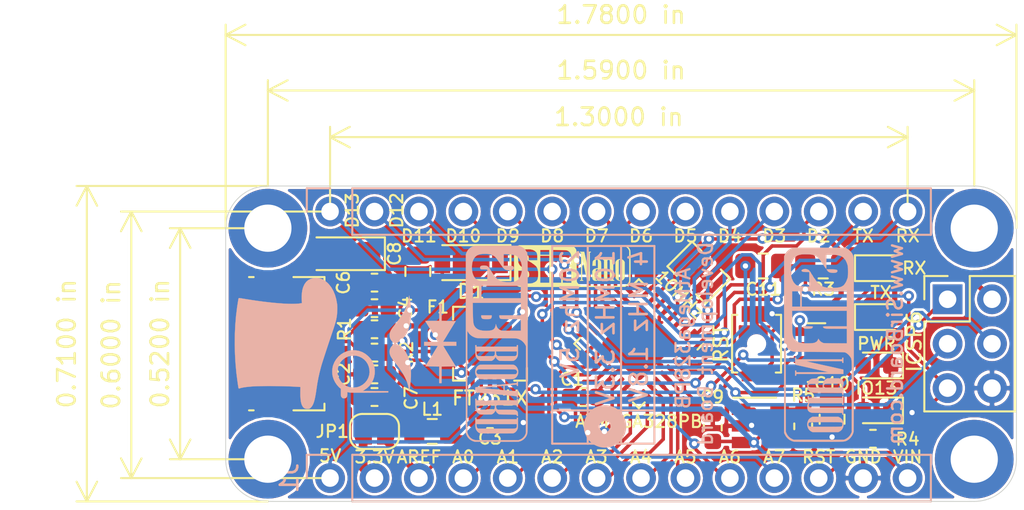
<source format=kicad_pcb>
(kicad_pcb (version 20171130) (host pcbnew "(5.1.2)-2")
  (layers (0 F.Cu signal) (31 B.Cu signal) (34 B.Paste user hide) (35 F.Paste user hide) (36 B.SilkS user hide) (37 F.SilkS user) (38 B.Mask user) (39 F.Mask user hide) (44 Edge.Cuts user))
  (net 0 "")
  (net 1 GND)
  (net 2 "Net-(J3-Pad4)")
  (net 3 "Net-(L1-Pad2)")
  (net 4 /X1)
  (net 5 /X2)
  (net 6 /IO13LED)
  (net 7 /D+)
  (net 8 /D-)
  (net 9 /uD+)
  (net 10 /uD-)
  (net 11 /PWRLED)
  (net 12 "Net-(C6-Pad1)")
  (net 13 "Net-(RN1-Pad8)")
  (net 14 "Net-(RN1-Pad7)")
  (net 15 TX_LED)
  (net 16 RX_LED)
  (net 17 "Net-(U1-Pad6)")
  (net 18 "Net-(U1-Pad3)")
  (net 19 "Net-(U3-Pad19)")
  (net 20 "Net-(U3-Pad16)")
  (net 21 "Net-(U3-Pad15)")
  (net 22 "Net-(U3-Pad6)")
  (net 23 "Net-(U3-Pad5)")
  (net 24 "Net-(U3-Pad4)")
  (net 25 "Net-(U3-Pad2)")
  (net 26 A0)
  (net 27 A1)
  (net 28 A2)
  (net 29 A3)
  (net 30 A4)
  (net 31 A5)
  (net 32 A6)
  (net 33 A7)
  (net 34 5V)
  (net 35 RESET)
  (net 36 VIN)
  (net 37 /D7)
  (net 38 /D6)
  (net 39 /D5)
  (net 40 /D4)
  (net 41 /D3)
  (net 42 /D2)
  (net 43 /TX)
  (net 44 /RX)
  (net 45 "Net-(C11-Pad2)")
  (net 46 D11)
  (net 47 D13)
  (net 48 D12)
  (net 49 /D10)
  (net 50 /D9)
  (net 51 /D8)
  (net 52 "Net-(R4-Pad1)")
  (net 53 /AREF)
  (net 54 3V3)
  (module Jumper:SolderJumper-2_P1.3mm_Bridged_RoundedPad1.0x1.5mm (layer F.Cu) (at 115.316 60.1345 180)
    (fp_text reference JP1 (at 2.413 0) (layer F.SilkS) (effects (font (size 0.7 0.7) (thickness 0.12))))
    (fp_text value SolderJumper_2_Bridged)
    (fp_poly (pts (xy 0.25 -0.127) (xy -0.25 -0.127) (xy -0.25 0.127) (xy 0.25 0.127)) (layer F.Cu) (width 0))
    (pad 2 smd custom (at 0.65 0 180) (size 1 0.5) (layers F.Cu F.Mask) (net 54 3V3) (options (clearance outline) (anchor rect)) (primitives (gr_circle (center 0 0.25) (end 0.5 0.25) (width 0)) (gr_circle (center 0 -0.25) (end 0.5 -0.25) (width 0)) (gr_poly (pts (xy 0 -0.75) (xy -0.5 -0.75) (xy -0.5 0.75) (xy 0 0.75)) (width 0))))
    (pad 1 smd custom (at -0.65 0 180) (size 1 0.5) (layers F.Cu F.Mask) (net 53 /AREF) (options (clearance outline) (anchor rect)) (primitives (gr_circle (center 0 0.25) (end 0.5 0.25) (width 0)) (gr_circle (center 0 -0.25) (end 0.5 -0.25) (width 0)) (gr_poly (pts (xy 0 -0.75) (xy 0.5 -0.75) (xy 0.5 0.75) (xy 0 0.75)) (width 0))))
  )
  (module Diode_SMD:D_SOD-123 (layer F.Cu) (at 120.8405 50.4825 180)
    (fp_text reference D1 (at 0 -1.651) (layer F.SilkS) (effects (font (size 0.8 0.8) (thickness 0.13))))
    (fp_text value D_Schottky)
    (pad 2 smd rect (at 1.65 0 180) (size 0.9 1.2) (layers F.Cu F.Paste F.Mask) (net 34 5V))
    (pad 1 smd rect (at -1.65 0 180) (size 0.9 1.2) (layers F.Cu F.Paste F.Mask) (net 36 VIN))
  )
  (module Capacitor_SMD:C_0603_1608Metric (layer F.Cu) (at 121.92 59.436)
    (fp_text reference C3 (at 0 1.0795) (layer F.SilkS) (effects (font (size 0.7 0.7) (thickness 0.12))))
    (fp_text value 100nF)
    (pad 2 smd roundrect (at 0.7875 0) (size 0.875 0.95) (layers F.Cu F.Paste F.Mask) (net 1 GND))
    (pad 1 smd roundrect (at -0.7875 0) (size 0.875 0.95) (layers F.Cu F.Paste F.Mask) (net 54 3V3))
  )
  (module logo:SirNano67x24 (layer F.Cu) (at 126.619 50.673)
    (fp_text reference G*** hide)
    (fp_text value LOGO hide)
  )
  (module Connector_PinHeader_2.54mm:PinHeader_1x14_P2.54mm_Vertical (layer B.Cu) (at 112.776 47.5615 270)
    (fp_text reference J2 hide)
    (fp_text value Conn_01x14)
    (pad 1 thru_hole circle (at 0 0 270) (size 1.7 1.7) (drill 1) (layers *.Cu *.Mask) (net 47 D13))
    (pad 2 thru_hole oval (at 0 -2.54 270) (size 1.7 1.7) (drill 1) (layers *.Cu *.Mask) (net 48 D12))
    (pad 3 thru_hole oval (at 0 -5.08 270) (size 1.7 1.7) (drill 1) (layers *.Cu *.Mask) (net 46 D11))
    (pad 4 thru_hole oval (at 0 -7.62 270) (size 1.7 1.7) (drill 1) (layers *.Cu *.Mask) (net 49 /D10))
    (pad 5 thru_hole oval (at 0 -10.16 270) (size 1.7 1.7) (drill 1) (layers *.Cu *.Mask) (net 50 /D9))
    (pad 6 thru_hole oval (at 0 -12.7 270) (size 1.7 1.7) (drill 1) (layers *.Cu *.Mask) (net 51 /D8))
    (pad 7 thru_hole oval (at 0 -15.24 270) (size 1.7 1.7) (drill 1) (layers *.Cu *.Mask) (net 37 /D7))
    (pad 8 thru_hole oval (at 0 -17.78 270) (size 1.7 1.7) (drill 1) (layers *.Cu *.Mask) (net 38 /D6))
    (pad 9 thru_hole oval (at 0 -20.32 270) (size 1.7 1.7) (drill 1) (layers *.Cu *.Mask) (net 39 /D5))
    (pad 10 thru_hole oval (at 0 -22.86 270) (size 1.7 1.7) (drill 1) (layers *.Cu *.Mask) (net 40 /D4))
    (pad 11 thru_hole oval (at 0 -25.4 270) (size 1.7 1.7) (drill 1) (layers *.Cu *.Mask) (net 41 /D3))
    (pad 12 thru_hole oval (at 0 -27.94 270) (size 1.7 1.7) (drill 1) (layers *.Cu *.Mask) (net 42 /D2))
    (pad 13 thru_hole oval (at 0 -30.48 270) (size 1.7 1.7) (drill 1) (layers *.Cu *.Mask) (net 43 /TX))
    (pad 14 thru_hole oval (at 0 -33.02 270) (size 1.7 1.7) (drill 1) (layers *.Cu *.Mask) (net 44 /RX))
  )
  (module logo:SirNano118x40 (layer B.Cu) (at 140.716 55.1688 270)
    (fp_text reference G*** hide)
    (fp_text value LOGO hide)
  )
  (module logo:SirBoard112x35 (layer B.Cu) (at 122.301 55.118 270)
    (fp_text reference G*** hide)
    (fp_text value LOGO hide)
  )
  (module logo:logo126x178 (layer B.Cu) (at 113.665 55.118 270)
    (fp_text reference G*** hide)
    (fp_text value LOGO hide)
  )
  (module MountingHole:MountingHole_2.7mm_M2.5_ISO7380_Pad (layer F.Cu) (at 109.22 61.722)
    (fp_text reference REF** hide)
    (fp_text value MountingHole_2.7mm_M2.5_ISO7380_Pad)
    (pad 1 thru_hole circle (at 0 0) (size 4.5 4.5) (drill 2.7) (layers *.Cu *.Mask))
  )
  (module MountingHole:MountingHole_2.7mm_M2.5_ISO7380_Pad (layer F.Cu) (at 109.22 48.514)
    (fp_text reference REF** hide)
    (fp_text value MountingHole_2.7mm_M2.5_ISO7380_Pad)
    (pad 1 thru_hole circle (at 0 0) (size 4.5 4.5) (drill 2.7) (layers *.Cu *.Mask))
  )
  (module MountingHole:MountingHole_2.7mm_M2.5_ISO7380_Pad (layer F.Cu) (at 149.606 48.514)
    (fp_text reference REF** hide)
    (fp_text value MountingHole_2.7mm_M2.5_ISO7380_Pad)
    (pad 1 thru_hole circle (at 0 0) (size 4.5 4.5) (drill 2.7) (layers *.Cu *.Mask))
  )
  (module MountingHole:MountingHole_2.7mm_M2.5_ISO7380_Pad (layer F.Cu) (at 149.606 61.722)
    (fp_text reference REF** hide)
    (fp_text value MountingHole_2.7mm_M2.5_ISO7380_Pad)
    (pad 1 thru_hole circle (at 0 0) (size 4.5 4.5) (drill 2.7) (layers *.Cu *.Mask))
  )
  (module Package_TO_SOT_SMD:SOT-23-5 (layer F.Cu) (at 137.3759 59.817)
    (fp_text reference U2 hide)
    (fp_text value AP2210K-ADJ)
    (pad 1 smd rect (at -1.1 -0.95) (size 1.06 0.65) (layers F.Cu F.Paste F.Mask) (net 36 VIN))
    (pad 2 smd rect (at -1.1 0) (size 1.06 0.65) (layers F.Cu F.Paste F.Mask) (net 1 GND))
    (pad 3 smd rect (at -1.1 0.95) (size 1.06 0.65) (layers F.Cu F.Paste F.Mask) (net 36 VIN))
    (pad 4 smd rect (at 1.1 0.95) (size 1.06 0.65) (layers F.Cu F.Paste F.Mask) (net 52 "Net-(R4-Pad1)"))
    (pad 5 smd rect (at 1.1 -0.95) (size 1.06 0.65) (layers F.Cu F.Paste F.Mask) (net 54 3V3))
  )
  (module Crystal:Resonator_SMD_muRata_CSTxExxV-3Pin_3.0x1.1mm (layer F.Cu) (at 133.858 51.054 315)
    (fp_text reference 10MHz (at 0.111355 1.641591 315) (layer F.SilkS) (effects (font (size 0.7 0.7) (thickness 0.12))))
    (fp_text value 10MHz)
    (pad 3 smd rect (at 1.2 0 315) (size 0.4 1.9) (layers F.Cu F.Paste F.Mask) (net 4 /X1))
    (pad 2 smd rect (at 0 0 315) (size 0.4 1.9) (layers F.Cu F.Paste F.Mask) (net 1 GND))
    (pad 1 smd rect (at -1.2 0 315) (size 0.4 1.9) (layers F.Cu F.Paste F.Mask) (net 5 /X2))
  )
  (module Package_DFN_QFN:QFN-32-1EP_5x5mm_P0.5mm_EP3.1x3.1mm (layer F.Cu) (at 130.429 55.118 225)
    (fp_text reference U1 hide)
    (fp_text value ATmega328PB-MU)
    (pad 33 smd roundrect (at 0 0 225) (size 3.1 3.1) (layers F.Cu F.Mask) (roundrect_rratio 0.081) (net 1 GND))
    (pad 1 smd roundrect (at -2.4375 -1.75 225) (size 0.875 0.25) (layers F.Cu F.Paste F.Mask) (net 41 /D3))
    (pad 2 smd roundrect (at -2.4375 -1.25 225) (size 0.875 0.25) (layers F.Cu F.Paste F.Mask) (net 40 /D4))
    (pad 3 smd roundrect (at -2.4375 -0.75 225) (size 0.875 0.25) (layers F.Cu F.Paste F.Mask) (net 18 "Net-(U1-Pad3)"))
    (pad 4 smd roundrect (at -2.4375 -0.25 225) (size 0.875 0.25) (layers F.Cu F.Paste F.Mask) (net 54 3V3))
    (pad 5 smd roundrect (at -2.4375 0.25 225) (size 0.875 0.25) (layers F.Cu F.Paste F.Mask) (net 1 GND))
    (pad 6 smd roundrect (at -2.4375 0.75 225) (size 0.875 0.25) (layers F.Cu F.Paste F.Mask) (net 17 "Net-(U1-Pad6)"))
    (pad 7 smd roundrect (at -2.4375 1.25 225) (size 0.875 0.25) (layers F.Cu F.Paste F.Mask) (net 4 /X1))
    (pad 8 smd roundrect (at -2.4375 1.75 225) (size 0.875 0.25) (layers F.Cu F.Paste F.Mask) (net 5 /X2))
    (pad 9 smd roundrect (at -1.75 2.4375 225) (size 0.25 0.875) (layers F.Cu F.Paste F.Mask) (net 39 /D5))
    (pad 10 smd roundrect (at -1.25 2.4375 225) (size 0.25 0.875) (layers F.Cu F.Paste F.Mask) (net 38 /D6))
    (pad 11 smd roundrect (at -0.75 2.4375 225) (size 0.25 0.875) (layers F.Cu F.Paste F.Mask) (net 37 /D7))
    (pad 12 smd roundrect (at -0.25 2.4375 225) (size 0.25 0.875) (layers F.Cu F.Paste F.Mask) (net 51 /D8))
    (pad 13 smd roundrect (at 0.25 2.4375 225) (size 0.25 0.875) (layers F.Cu F.Paste F.Mask) (net 50 /D9))
    (pad 14 smd roundrect (at 0.75 2.4375 225) (size 0.25 0.875) (layers F.Cu F.Paste F.Mask) (net 49 /D10))
    (pad 15 smd roundrect (at 1.25 2.4375 225) (size 0.25 0.875) (layers F.Cu F.Paste F.Mask) (net 46 D11))
    (pad 16 smd roundrect (at 1.75 2.4375 225) (size 0.25 0.875) (layers F.Cu F.Paste F.Mask) (net 48 D12))
    (pad 17 smd roundrect (at 2.4375 1.75 225) (size 0.875 0.25) (layers F.Cu F.Paste F.Mask) (net 47 D13))
    (pad 18 smd roundrect (at 2.4375 1.25 225) (size 0.875 0.25) (layers F.Cu F.Paste F.Mask) (net 3 "Net-(L1-Pad2)"))
    (pad 19 smd roundrect (at 2.4375 0.75 225) (size 0.875 0.25) (layers F.Cu F.Paste F.Mask) (net 32 A6))
    (pad 20 smd roundrect (at 2.4375 0.25 225) (size 0.875 0.25) (layers F.Cu F.Paste F.Mask) (net 53 /AREF))
    (pad 21 smd roundrect (at 2.4375 -0.25 225) (size 0.875 0.25) (layers F.Cu F.Paste F.Mask) (net 1 GND))
    (pad 22 smd roundrect (at 2.4375 -0.75 225) (size 0.875 0.25) (layers F.Cu F.Paste F.Mask) (net 33 A7))
    (pad 23 smd roundrect (at 2.4375 -1.25 225) (size 0.875 0.25) (layers F.Cu F.Paste F.Mask) (net 26 A0))
    (pad 24 smd roundrect (at 2.4375 -1.75 225) (size 0.875 0.25) (layers F.Cu F.Paste F.Mask) (net 27 A1))
    (pad 25 smd roundrect (at 1.75 -2.4375 225) (size 0.25 0.875) (layers F.Cu F.Paste F.Mask) (net 28 A2))
    (pad 26 smd roundrect (at 1.25 -2.4375 225) (size 0.25 0.875) (layers F.Cu F.Paste F.Mask) (net 29 A3))
    (pad 27 smd roundrect (at 0.75 -2.4375 225) (size 0.25 0.875) (layers F.Cu F.Paste F.Mask) (net 30 A4))
    (pad 28 smd roundrect (at 0.25 -2.4375 225) (size 0.25 0.875) (layers F.Cu F.Paste F.Mask) (net 31 A5))
    (pad 29 smd roundrect (at -0.25 -2.4375 225) (size 0.25 0.875) (layers F.Cu F.Paste F.Mask) (net 35 RESET))
    (pad 30 smd roundrect (at -0.75 -2.4375 225) (size 0.25 0.875) (layers F.Cu F.Paste F.Mask) (net 44 /RX))
    (pad 31 smd roundrect (at -1.25 -2.4375 225) (size 0.25 0.875) (layers F.Cu F.Paste F.Mask) (net 43 /TX))
    (pad 32 smd roundrect (at -1.75 -2.4375 225) (size 0.25 0.875) (layers F.Cu F.Paste F.Mask) (net 42 /D2))
  )
  (module Capacitor_SMD:C_0603_1608Metric (layer F.Cu) (at 127.254 58.166)
    (fp_text reference C1 (at -0.635 -1.016) (layer F.SilkS) (effects (font (size 0.7 0.7) (thickness 0.12))))
    (fp_text value 100nF)
    (pad 2 smd roundrect (at 0.7875 0) (size 0.875 0.95) (layers F.Cu F.Paste F.Mask) (net 1 GND))
    (pad 1 smd roundrect (at -0.7875 0) (size 0.875 0.95) (layers F.Cu F.Paste F.Mask) (net 53 /AREF))
  )
  (module Resistor_SMD:R_0603_1608Metric (layer F.Cu) (at 143.8148 60.5536)
    (fp_text reference R4 (at 1.9812 0.0254) (layer F.SilkS) (effects (font (size 0.7 0.7) (thickness 0.12))))
    (fp_text value 100k)
    (pad 1 smd roundrect (at -0.7875 0) (size 0.875 0.95) (layers F.Cu F.Paste F.Mask) (net 52 "Net-(R4-Pad1)"))
    (pad 2 smd roundrect (at 0.7875 0) (size 0.875 0.95) (layers F.Cu F.Paste F.Mask) (net 1 GND))
  )
  (module Resistor_SMD:R_0603_1608Metric (layer F.Cu) (at 139.827 59.8424 90)
    (fp_text reference R5 (at 1.778 0) (layer F.SilkS) (effects (font (size 0.7 0.7) (thickness 0.12))))
    (fp_text value 60k)
    (pad 1 smd roundrect (at -0.7875 0 90) (size 0.875 0.95) (layers F.Cu F.Paste F.Mask) (net 52 "Net-(R4-Pad1)"))
    (pad 2 smd roundrect (at 0.7875 0 90) (size 0.875 0.95) (layers F.Cu F.Paste F.Mask) (net 54 3V3))
  )
  (module LED_SMD:LED_0603_1608Metric (layer F.Cu) (at 144.272 53.594)
    (fp_text reference TX (at 0 -1.397 180) (layer F.SilkS) (effects (font (size 0.7 0.7) (thickness 0.12))))
    (fp_text value LED)
    (pad 1 smd roundrect (at -0.7875 0) (size 0.875 0.95) (layers F.Cu F.Paste F.Mask) (net 14 "Net-(RN1-Pad7)"))
    (pad 2 smd roundrect (at 0.7875 0) (size 0.875 0.95) (layers F.Cu F.Paste F.Mask) (net 54 3V3))
  )
  (module LED_SMD:LED_0603_1608Metric (layer F.Cu) (at 144.272 50.8)
    (fp_text reference RX (at 1.905 0 180) (layer F.SilkS) (effects (font (size 0.7 0.7) (thickness 0.12))))
    (fp_text value LED)
    (pad 1 smd roundrect (at -0.7875 0) (size 0.875 0.95) (layers F.Cu F.Paste F.Mask) (net 13 "Net-(RN1-Pad8)"))
    (pad 2 smd roundrect (at 0.7875 0) (size 0.875 0.95) (layers F.Cu F.Paste F.Mask) (net 54 3V3))
  )
  (module Button_Switch_SMD:SW_SPST_B3U-1000P-B (layer F.Cu) (at 137.16 55.118 90)
    (fp_text reference RST (at 0 -2.032 90) (layer F.SilkS) (effects (font (size 0.8 0.8) (thickness 0.13))))
    (fp_text value SW_Push)
    (pad "" np_thru_hole circle (at 0 0 90) (size 0.8 0.8) (drill 0.8) (layers *.Cu *.Mask))
    (pad 2 smd rect (at 1.7 0 90) (size 0.9 1.7) (layers F.Cu F.Paste F.Mask) (net 1 GND))
    (pad 1 smd rect (at -1.7 0 90) (size 0.9 1.7) (layers F.Cu F.Paste F.Mask) (net 35 RESET))
  )
  (module Resistor_SMD:R_Array_Convex_4x0603 (layer F.Cu) (at 140.589 55.626)
    (fp_text reference RN1 hide)
    (fp_text value 1k)
    (pad 1 smd rect (at -0.9 -1.2) (size 0.8 0.5) (layers F.Cu F.Paste F.Mask) (net 16 RX_LED))
    (pad 3 smd rect (at -0.9 0.4) (size 0.8 0.4) (layers F.Cu F.Paste F.Mask) (net 47 D13))
    (pad 2 smd rect (at -0.9 -0.4) (size 0.8 0.4) (layers F.Cu F.Paste F.Mask) (net 15 TX_LED))
    (pad 4 smd rect (at -0.9 1.2) (size 0.8 0.5) (layers F.Cu F.Paste F.Mask) (net 54 3V3))
    (pad 7 smd rect (at 0.9 -0.4) (size 0.8 0.4) (layers F.Cu F.Paste F.Mask) (net 14 "Net-(RN1-Pad7)"))
    (pad 8 smd rect (at 0.9 -1.2) (size 0.8 0.5) (layers F.Cu F.Paste F.Mask) (net 13 "Net-(RN1-Pad8)"))
    (pad 6 smd rect (at 0.9 0.4) (size 0.8 0.4) (layers F.Cu F.Paste F.Mask) (net 11 /PWRLED))
    (pad 5 smd rect (at 0.9 1.2) (size 0.8 0.5) (layers F.Cu F.Paste F.Mask) (net 6 /IO13LED))
  )
  (module Resistor_SMD:R_0805_2012Metric_Pad1.15x1.40mm_HandSolder (layer F.Cu) (at 140.97 50.673 180)
    (fp_text reference R3 (at 0 -1.3335) (layer F.SilkS) (effects (font (size 0.7 0.7) (thickness 0.12))))
    (fp_text value 10k)
    (pad 2 smd roundrect (at 1.025 0 180) (size 1.15 1.4) (layers F.Cu F.Paste F.Mask) (roundrect_rratio 0.217391) (net 35 RESET))
    (pad 1 smd roundrect (at -1.025 0 180) (size 1.15 1.4) (layers F.Cu F.Paste F.Mask) (roundrect_rratio 0.217391) (net 54 3V3))
  )
  (module Resistor_SMD:R_0603_1608Metric (layer F.Cu) (at 115.316 55.626)
    (fp_text reference R2 (at 1.8415 0 90) (layer F.SilkS) (effects (font (size 0.7 0.7) (thickness 0.12))))
    (fp_text value 27e)
    (pad 2 smd roundrect (at 0.7875 0) (size 0.875 0.95) (layers F.Cu F.Paste F.Mask) (net 9 /uD+))
    (pad 1 smd roundrect (at -0.7875 0) (size 0.875 0.95) (layers F.Cu F.Paste F.Mask) (net 7 /D+))
  )
  (module Resistor_SMD:R_0603_1608Metric (layer F.Cu) (at 115.316 54.2925)
    (fp_text reference R1 (at -1.7145 0 90) (layer F.SilkS) (effects (font (size 0.7 0.7) (thickness 0.12))))
    (fp_text value 27e)
    (pad 2 smd roundrect (at 0.7875 0) (size 0.875 0.95) (layers F.Cu F.Paste F.Mask) (net 10 /uD-))
    (pad 1 smd roundrect (at -0.7875 0) (size 0.875 0.95) (layers F.Cu F.Paste F.Mask) (net 8 /D-))
  )
  (module LED_SMD:LED_0603_1608Metric (layer F.Cu) (at 144.0434 56.3626 180)
    (fp_text reference PWR (at 0.0254 1.2446) (layer F.SilkS) (effects (font (size 0.7 0.7) (thickness 0.12))))
    (fp_text value LED)
    (pad 1 smd roundrect (at -0.7875 0 180) (size 0.875 0.95) (layers F.Cu F.Paste F.Mask) (net 1 GND))
    (pad 2 smd roundrect (at 0.7875 0 180) (size 0.875 0.95) (layers F.Cu F.Paste F.Mask) (net 11 /PWRLED))
  )
  (module Inductor_SMD:L_0805_2012Metric_Pad1.15x1.40mm_HandSolder (layer F.Cu) (at 118.618 60.1345)
    (fp_text reference L1 (at 0 -1.27 180) (layer F.SilkS) (effects (font (size 0.7 0.7) (thickness 0.12))))
    (fp_text value 10uH)
    (pad 2 smd roundrect (at 1.025 0) (size 1.15 1.4) (layers F.Cu F.Paste F.Mask) (roundrect_rratio 0.217391) (net 3 "Net-(L1-Pad2)"))
    (pad 1 smd roundrect (at -1.025 0) (size 1.15 1.4) (layers F.Cu F.Paste F.Mask) (roundrect_rratio 0.217391) (net 54 3V3))
  )
  (module LED_SMD:LED_0603_1608Metric (layer F.Cu) (at 144.0434 58.928 180)
    (fp_text reference IO13 (at 0.0254 1.27 180) (layer F.SilkS) (effects (font (size 0.7 0.7) (thickness 0.12))))
    (fp_text value LED)
    (pad 1 smd roundrect (at -0.7875 0 180) (size 0.875 0.95) (layers F.Cu F.Paste F.Mask) (net 1 GND))
    (pad 2 smd roundrect (at 0.7875 0 180) (size 0.875 0.95) (layers F.Cu F.Paste F.Mask) (net 6 /IO13LED))
  )
  (module Resistor_SMD:R_0805_2012Metric (layer F.Cu) (at 117.7925 50.9905 270)
    (fp_text reference F1 (at 2.032 -1.143) (layer F.SilkS) (effects (font (size 0.7 0.7) (thickness 0.12))))
    (fp_text value 500mA)
    (pad 1 smd roundrect (at -0.9375 0 270) (size 0.975 1.4) (layers F.Cu F.Paste F.Mask) (net 34 5V))
    (pad 2 smd roundrect (at 0.9375 0 270) (size 0.975 1.4) (layers F.Cu F.Paste F.Mask) (net 12 "Net-(C6-Pad1)"))
  )
  (module Capacitor_SMD:C_0805_2012Metric_Pad1.15x1.40mm_HandSolder (layer F.Cu) (at 137.541 50.673 180)
    (fp_text reference C11 (at 0 -1.3335) (layer F.SilkS) (effects (font (size 0.7 0.7) (thickness 0.12))))
    (fp_text value 100nF)
    (pad 2 smd roundrect (at 1.025 0 180) (size 1.15 1.4) (layers F.Cu F.Paste F.Mask) (roundrect_rratio 0.217391) (net 45 "Net-(C11-Pad2)"))
    (pad 1 smd roundrect (at -1.025 0 180) (size 1.15 1.4) (layers F.Cu F.Paste F.Mask) (roundrect_rratio 0.217391) (net 35 RESET))
  )
  (module Capacitor_SMD:C_0805_2012Metric_Pad1.15x1.40mm_HandSolder (layer F.Cu) (at 141.478 59.436 270)
    (fp_text reference C10 (at -2.032 0 180) (layer F.SilkS) (effects (font (size 0.7 0.7) (thickness 0.12))))
    (fp_text value 2.2uF)
    (pad 2 smd roundrect (at 1.025 0 270) (size 1.15 1.4) (layers F.Cu F.Paste F.Mask) (roundrect_rratio 0.217391) (net 1 GND))
    (pad 1 smd roundrect (at -1.025 0 270) (size 1.15 1.4) (layers F.Cu F.Paste F.Mask) (roundrect_rratio 0.217391) (net 54 3V3))
  )
  (module Capacitor_SMD:C_0603_1608Metric (layer F.Cu) (at 134.6581 59.9186 90)
    (fp_text reference C9 (at 1.7526 -0.0381 180) (layer F.SilkS) (effects (font (size 0.7 0.7) (thickness 0.12))))
    (fp_text value 1uF)
    (pad 1 smd roundrect (at -0.7875 0 90) (size 0.875 0.95) (layers F.Cu F.Paste F.Mask) (net 36 VIN))
    (pad 2 smd roundrect (at 0.7875 0 90) (size 0.875 0.95) (layers F.Cu F.Paste F.Mask) (net 1 GND))
  )
  (module Capacitor_Tantalum_SMD:CP_EIA-3216-12_Kemet-S (layer F.Cu) (at 113.6015 49.9745 180)
    (fp_text reference C8 (at -2.8575 0 90) (layer F.SilkS) (effects (font (size 0.7 0.7) (thickness 0.12))))
    (fp_text value 22uF)
    (pad 2 smd roundrect (at 1.35 0 180) (size 1.4 1.35) (layers F.Cu F.Paste F.Mask) (roundrect_rratio 0.185185) (net 1 GND))
    (pad 1 smd roundrect (at -1.35 0 180) (size 1.4 1.35) (layers F.Cu F.Paste F.Mask) (roundrect_rratio 0.185185) (net 12 "Net-(C6-Pad1)"))
  )
  (module Capacitor_SMD:C_0603_1608Metric_Pad1.05x0.95mm_HandSolder (layer F.Cu) (at 115.316 58.166)
    (fp_text reference C7 (at 2.0955 0.0635 90) (layer F.SilkS) (effects (font (size 0.7 0.7) (thickness 0.12))))
    (fp_text value 1uF)
    (pad 1 smd roundrect (at -0.875 0) (size 1.05 0.95) (layers F.Cu F.Paste F.Mask) (net 54 3V3))
    (pad 2 smd roundrect (at 0.875 0) (size 1.05 0.95) (layers F.Cu F.Paste F.Mask) (net 1 GND))
  )
  (module Capacitor_SMD:C_0603_1608Metric (layer F.Cu) (at 115.316 51.6255 180)
    (fp_text reference C6 (at 1.778 0 90) (layer F.SilkS) (effects (font (size 0.7 0.7) (thickness 0.12))))
    (fp_text value 10nF)
    (pad 2 smd roundrect (at 0.7875 0 180) (size 0.875 0.95) (layers F.Cu F.Paste F.Mask) (net 1 GND))
    (pad 1 smd roundrect (at -0.7875 0 180) (size 0.875 0.95) (layers F.Cu F.Paste F.Mask) (net 12 "Net-(C6-Pad1)"))
  )
  (module Capacitor_SMD:C_0603_1608Metric (layer F.Cu) (at 115.316 53.086 180)
    (fp_text reference C4 (at -1.778 0 90) (layer F.SilkS) (effects (font (size 0.7 0.7) (thickness 0.12))))
    (fp_text value 47pF)
    (pad 2 smd roundrect (at 0.7875 0 180) (size 0.875 0.95) (layers F.Cu F.Paste F.Mask) (net 1 GND))
    (pad 1 smd roundrect (at -0.7875 0 180) (size 0.875 0.95) (layers F.Cu F.Paste F.Mask) (net 10 /uD-))
  )
  (module Capacitor_SMD:C_0603_1608Metric (layer F.Cu) (at 115.316 56.8706 180)
    (fp_text reference C2 (at 1.778 0 90) (layer F.SilkS) (effects (font (size 0.7 0.7) (thickness 0.12))))
    (fp_text value 47pF)
    (pad 2 smd roundrect (at 0.7875 0 180) (size 0.875 0.95) (layers F.Cu F.Paste F.Mask) (net 1 GND))
    (pad 1 smd roundrect (at -0.7875 0 180) (size 0.875 0.95) (layers F.Cu F.Paste F.Mask) (net 9 /uD+))
  )
  (module Connector_PinHeader_2.54mm:PinHeader_2x03_P2.54mm_Vertical (layer F.Cu) (at 148.082 52.578)
    (fp_text reference ICSP6 (at -1.905 2.413 90) (layer F.SilkS) (effects (font (size 0.8 0.8) (thickness 0.13))))
    (fp_text value Conn_02x03_Odd_Even)
    (pad 6 thru_hole oval (at 2.54 5.08) (size 1.7 1.7) (drill 1) (layers *.Cu *.Mask) (net 1 GND))
    (pad 5 thru_hole oval (at 0 5.08) (size 1.7 1.7) (drill 1) (layers *.Cu *.Mask) (net 35 RESET))
    (pad 4 thru_hole oval (at 2.54 2.54) (size 1.7 1.7) (drill 1) (layers *.Cu *.Mask) (net 46 D11))
    (pad 3 thru_hole oval (at 0 2.54) (size 1.7 1.7) (drill 1) (layers *.Cu *.Mask) (net 47 D13))
    (pad 2 thru_hole oval (at 2.54 0) (size 1.7 1.7) (drill 1) (layers *.Cu *.Mask) (net 54 3V3))
    (pad 1 thru_hole rect (at 0 0) (size 1.7 1.7) (drill 1) (layers *.Cu *.Mask) (net 48 D12))
  )
  (module Connector_PinHeader_2.54mm:PinHeader_1x14_P2.54mm_Vertical (layer B.Cu) (at 112.776 62.8015 270)
    (fp_text reference J1 (at 0 2.33 270) (layer B.SilkS) (effects (justify mirror)))
    (fp_text value Conn_01x14)
    (pad 14 thru_hole oval (at 0 -33.02 270) (size 1.7 1.7) (drill 1) (layers *.Cu *.Mask) (net 36 VIN))
    (pad 13 thru_hole oval (at 0 -30.48 270) (size 1.7 1.7) (drill 1) (layers *.Cu *.Mask) (net 1 GND))
    (pad 12 thru_hole oval (at 0 -27.94 270) (size 1.7 1.7) (drill 1) (layers *.Cu *.Mask) (net 35 RESET))
    (pad 11 thru_hole oval (at 0 -25.4 270) (size 1.7 1.7) (drill 1) (layers *.Cu *.Mask) (net 33 A7))
    (pad 10 thru_hole oval (at 0 -22.86 270) (size 1.7 1.7) (drill 1) (layers *.Cu *.Mask) (net 32 A6))
    (pad 9 thru_hole oval (at 0 -20.32 270) (size 1.7 1.7) (drill 1) (layers *.Cu *.Mask) (net 31 A5))
    (pad 8 thru_hole oval (at 0 -17.78 270) (size 1.7 1.7) (drill 1) (layers *.Cu *.Mask) (net 30 A4))
    (pad 7 thru_hole oval (at 0 -15.24 270) (size 1.7 1.7) (drill 1) (layers *.Cu *.Mask) (net 29 A3))
    (pad 6 thru_hole oval (at 0 -12.7 270) (size 1.7 1.7) (drill 1) (layers *.Cu *.Mask) (net 28 A2))
    (pad 5 thru_hole oval (at 0 -10.16 270) (size 1.7 1.7) (drill 1) (layers *.Cu *.Mask) (net 27 A1))
    (pad 4 thru_hole oval (at 0 -7.62 270) (size 1.7 1.7) (drill 1) (layers *.Cu *.Mask) (net 26 A0))
    (pad 3 thru_hole oval (at 0 -5.08 270) (size 1.7 1.7) (drill 1) (layers *.Cu *.Mask) (net 53 /AREF))
    (pad 2 thru_hole oval (at 0 -2.54 270) (size 1.7 1.7) (drill 1) (layers *.Cu *.Mask) (net 54 3V3))
    (pad 1 thru_hole circle (at 0 0 270) (size 1.7 1.7) (drill 1) (layers *.Cu *.Mask) (net 34 5V))
  )
  (module Package_DFN_QFN:QFN-20-1EP_4x4mm_P0.5mm_EP2.5x2.5mm (layer F.Cu) (at 121.92 55.118 270)
    (fp_text reference FT231X (at 3.1115 0 180) (layer F.SilkS) (effects (font (size 0.8 0.8) (thickness 0.13))))
    (fp_text value FT231XQ)
    (pad 21 smd roundrect (at 0 0 270) (size 2.5 2.5) (layers F.Cu F.Mask) (roundrect_rratio 0.1) (net 1 GND))
    (pad 1 smd roundrect (at -1.9375 -1 270) (size 0.825 0.25) (layers F.Cu F.Paste F.Mask) (net 43 /TX))
    (pad 2 smd roundrect (at -1.9375 -0.5 270) (size 0.825 0.25) (layers F.Cu F.Paste F.Mask) (net 25 "Net-(U3-Pad2)"))
    (pad 3 smd roundrect (at -1.9375 0 270) (size 0.825 0.25) (layers F.Cu F.Paste F.Mask) (net 1 GND))
    (pad 4 smd roundrect (at -1.9375 0.5 270) (size 0.825 0.25) (layers F.Cu F.Paste F.Mask) (net 24 "Net-(U3-Pad4)"))
    (pad 5 smd roundrect (at -1.9375 1 270) (size 0.825 0.25) (layers F.Cu F.Paste F.Mask) (net 23 "Net-(U3-Pad5)"))
    (pad 6 smd roundrect (at -1 1.9375 270) (size 0.25 0.825) (layers F.Cu F.Paste F.Mask) (net 22 "Net-(U3-Pad6)"))
    (pad 7 smd roundrect (at -0.5 1.9375 270) (size 0.25 0.825) (layers F.Cu F.Paste F.Mask) (net 15 TX_LED))
    (pad 8 smd roundrect (at 0 1.9375 270) (size 0.25 0.825) (layers F.Cu F.Paste F.Mask) (net 9 /uD+))
    (pad 9 smd roundrect (at 0.5 1.9375 270) (size 0.25 0.825) (layers F.Cu F.Paste F.Mask) (net 10 /uD-))
    (pad 10 smd roundrect (at 1 1.9375 270) (size 0.25 0.825) (layers F.Cu F.Paste F.Mask) (net 54 3V3))
    (pad 11 smd roundrect (at 1.9375 1 270) (size 0.825 0.25) (layers F.Cu F.Paste F.Mask) (net 54 3V3))
    (pad 12 smd roundrect (at 1.9375 0.5 270) (size 0.825 0.25) (layers F.Cu F.Paste F.Mask) (net 34 5V))
    (pad 13 smd roundrect (at 1.9375 0 270) (size 0.825 0.25) (layers F.Cu F.Paste F.Mask) (net 1 GND))
    (pad 14 smd roundrect (at 1.9375 -0.5 270) (size 0.825 0.25) (layers F.Cu F.Paste F.Mask) (net 16 RX_LED))
    (pad 15 smd roundrect (at 1.9375 -1 270) (size 0.825 0.25) (layers F.Cu F.Paste F.Mask) (net 21 "Net-(U3-Pad15)"))
    (pad 16 smd roundrect (at 1 -1.9375 270) (size 0.25 0.825) (layers F.Cu F.Paste F.Mask) (net 20 "Net-(U3-Pad16)"))
    (pad 17 smd roundrect (at 0.5 -1.9375 270) (size 0.25 0.825) (layers F.Cu F.Paste F.Mask) (net 44 /RX))
    (pad 18 smd roundrect (at 0 -1.9375 270) (size 0.25 0.825) (layers F.Cu F.Paste F.Mask) (net 45 "Net-(C11-Pad2)"))
    (pad 19 smd roundrect (at -0.5 -1.9375 270) (size 0.25 0.825) (layers F.Cu F.Paste F.Mask) (net 19 "Net-(U3-Pad19)"))
    (pad 20 smd roundrect (at -1 -1.9375 270) (size 0.25 0.825) (layers F.Cu F.Paste F.Mask) (net 54 3V3))
  )
  (module Connector_USB:USB_Micro-B_Molex_47346-0001 (layer F.Cu) (at 110.744 55.118 270)
    (fp_text reference J3 hide)
    (fp_text value USB_B_Micro)
    (pad 1 smd rect (at -1.3 -1.46 270) (size 0.45 1.38) (layers F.Cu F.Paste F.Mask) (net 12 "Net-(C6-Pad1)"))
    (pad 2 smd rect (at -0.65 -1.46 270) (size 0.45 1.38) (layers F.Cu F.Paste F.Mask) (net 8 /D-))
    (pad 3 smd rect (at 0 -1.46 270) (size 0.45 1.38) (layers F.Cu F.Paste F.Mask) (net 7 /D+))
    (pad 4 smd rect (at 0.65 -1.46 270) (size 0.45 1.38) (layers F.Cu F.Paste F.Mask) (net 2 "Net-(J3-Pad4)"))
    (pad 5 smd rect (at 1.3 -1.46 270) (size 0.45 1.38) (layers F.Cu F.Paste F.Mask) (net 1 GND))
    (pad 6 smd rect (at -2.4625 -1.1 270) (size 1.475 2.1) (layers F.Cu F.Paste F.Mask) (net 1 GND))
    (pad 6 smd rect (at 2.4625 -1.1 270) (size 1.475 2.1) (layers F.Cu F.Paste F.Mask) (net 1 GND))
    (pad 6 smd rect (at -2.91 1.2 270) (size 2.375 1.9) (layers F.Cu F.Paste F.Mask) (net 1 GND))
    (pad 6 smd rect (at 2.91 1.2 270) (size 2.375 1.9) (layers F.Cu F.Paste F.Mask) (net 1 GND))
    (pad 6 smd rect (at -0.84 1.2 270) (size 1.175 1.9) (layers F.Cu F.Paste F.Mask) (net 1 GND))
    (pad 6 smd rect (at 0.84 1.2 270) (size 1.175 1.9) (layers F.Cu F.Paste F.Mask) (net 1 GND))
  )
  (gr_text 3.3V (at 115.316 61.595) (layer F.SilkS) (effects (font (size 0.7 0.7) (thickness 0.12))))
  (gr_text "AtMega328PB \nDevelopment Board" (at 133.604 55.118 90) (layer B.SilkS) (effects (font (size 0.8 0.8) (thickness 0.13)) (justify mirror)))
  (gr_circle (center 128.49352 59.84748) (end 128.79832 59.77128) (layer B.SilkS) (width 0.9))
  (gr_line (start 131.318 58.928) (end 125.476 58.928) (layer B.SilkS) (width 0.12))
  (gr_line (start 127.508 49.53) (end 127.508 60.833) (layer B.SilkS) (width 0.12))
  (gr_line (start 129.413 49.53) (end 129.413 60.833) (layer B.SilkS) (width 0.12))
  (gr_text "4 MHz 1.8V" (at 130.429 49.657 90) (layer B.SilkS) (effects (font (size 1 1)) (justify left mirror)))
  (gr_text "10MHz 3.3V" (at 128.524 49.657 90) (layer B.SilkS) (effects (font (size 1 1)) (justify left mirror)))
  (gr_text "20Mhz 5V" (at 126.492 49.657 90) (layer B.SilkS) (effects (font (size 1 1)) (justify left mirror)))
  (gr_line (start 125.476 60.833) (end 125.476 49.53) (layer B.SilkS) (width 0.12))
  (gr_line (start 131.318 60.833) (end 125.476 60.833) (layer B.SilkS) (width 0.12))
  (gr_line (start 131.318 49.53) (end 131.318 60.833) (layer B.SilkS) (width 0.12))
  (gr_line (start 125.476 49.53) (end 131.318 49.53) (layer B.SilkS) (width 0.12))
  (gr_text "www.SirBoard.com\n" (at 145.0848 55.1434 90) (layer B.SilkS) (effects (font (size 0.85 0.85) (thickness 0.14)) (justify mirror)))
  (gr_text ATMEGA328PB (at 130.429 59.563) (layer F.SilkS) (effects (font (size 0.7 0.7) (thickness 0.12))))
  (gr_text RST (at 140.716 61.595) (layer F.SilkS) (effects (font (size 0.7 0.7) (thickness 0.12))))
  (gr_text VIN (at 145.796 61.595) (layer F.SilkS) (effects (font (size 0.7 0.7) (thickness 0.12))))
  (gr_text GND (at 143.256 61.595) (layer F.SilkS) (effects (font (size 0.7 0.7) (thickness 0.12))))
  (gr_text A7 (at 138.176 61.595) (layer F.SilkS) (effects (font (size 0.7 0.7) (thickness 0.12))))
  (gr_text A6 (at 135.636 61.595) (layer F.SilkS) (effects (font (size 0.7 0.7) (thickness 0.12))))
  (gr_text A5 (at 133.096 61.595) (layer F.SilkS) (effects (font (size 0.7 0.7) (thickness 0.12))))
  (gr_text A4 (at 130.556 61.595) (layer F.SilkS) (effects (font (size 0.7 0.7) (thickness 0.12))))
  (gr_text A3 (at 128.016 61.595) (layer F.SilkS) (effects (font (size 0.7 0.7) (thickness 0.12))))
  (gr_text A2 (at 125.476 61.595) (layer F.SilkS) (effects (font (size 0.7 0.7) (thickness 0.12))))
  (gr_text A1 (at 122.936 61.595) (layer F.SilkS) (effects (font (size 0.7 0.7) (thickness 0.12))))
  (gr_text A0 (at 120.396 61.595) (layer F.SilkS) (effects (font (size 0.7 0.7) (thickness 0.12))))
  (gr_text AREF (at 117.856 61.595) (layer F.SilkS) (effects (font (size 0.7 0.7) (thickness 0.12))))
  (gr_text 5V (at 112.776 61.5315) (layer F.SilkS) (effects (font (size 0.7 0.7) (thickness 0.12))))
  (gr_text D5 (at 133.096 48.9585) (layer F.SilkS) (effects (font (size 0.7 0.7) (thickness 0.12))))
  (gr_text "RX\n" (at 145.796 48.9585) (layer F.SilkS) (effects (font (size 0.7 0.7) (thickness 0.12))))
  (gr_text TX (at 143.256 48.9585) (layer F.SilkS) (effects (font (size 0.7 0.7) (thickness 0.12))))
  (gr_text D2 (at 140.716 48.9585) (layer F.SilkS) (effects (font (size 0.7 0.7) (thickness 0.12))))
  (gr_text D3 (at 138.176 48.9585) (layer F.SilkS) (effects (font (size 0.7 0.7) (thickness 0.12))))
  (gr_text D4 (at 135.636 48.9585) (layer F.SilkS) (effects (font (size 0.7 0.7) (thickness 0.12))))
  (gr_text D6 (at 130.556 48.9585) (layer F.SilkS) (effects (font (size 0.7 0.7) (thickness 0.12))))
  (gr_text D8 (at 125.476 48.9585) (layer F.SilkS) (effects (font (size 0.7 0.7) (thickness 0.12))))
  (gr_text D7 (at 128.016 48.9585) (layer F.SilkS) (effects (font (size 0.7 0.7) (thickness 0.12))))
  (gr_text "D9\n" (at 122.936 48.9585) (layer F.SilkS) (effects (font (size 0.7 0.7) (thickness 0.12))))
  (gr_text D10 (at 120.396 48.9585) (layer F.SilkS) (effects (font (size 0.7 0.7) (thickness 0.12))))
  (gr_text "D11\n" (at 117.856 48.9585) (layer F.SilkS) (effects (font (size 0.7 0.7) (thickness 0.12))))
  (gr_text "D12\n" (at 116.586 47.498 90) (layer F.SilkS) (effects (font (size 0.7 0.7) (thickness 0.12))))
  (gr_text D13 (at 114.046 47.498 90) (layer F.SilkS) (effects (font (size 0.7 0.7) (thickness 0.12))))
  (dimension 18.034 (width 0.12) (layer F.SilkS) (gr_text "18.034 mm" (at 97.5995 55.118 270) (layer F.SilkS) (effects (font (size 1 1) (thickness 0.15)))) (feature1 (pts (xy 109.22 64.135) (xy 98.283079 64.135))) (feature2 (pts (xy 109.22 46.101) (xy 98.283079 46.101))) (crossbar (pts (xy 98.8695 46.101) (xy 98.8695 64.135))) (arrow1a (pts (xy 98.8695 64.135) (xy 98.283079 63.008496))) (arrow1b (pts (xy 98.8695 64.135) (xy 99.455921 63.008496))) (arrow2a (pts (xy 98.8695 46.101) (xy 98.283079 47.227504))) (arrow2b (pts (xy 98.8695 46.101) (xy 99.455921 47.227504))))
  (dimension 13.208 (width 0.12) (layer F.SilkS) (gr_text "13.208 mm" (at 102.9335 55.118 270) (layer F.SilkS) (effects (font (size 1 1) (thickness 0.15)) hide)) (feature1 (pts (xy 109.22 61.722) (xy 103.617079 61.722))) (feature2 (pts (xy 109.22 48.514) (xy 103.617079 48.514))) (crossbar (pts (xy 104.2035 48.514) (xy 104.2035 61.722))) (arrow1a (pts (xy 104.2035 61.722) (xy 103.617079 60.595496))) (arrow1b (pts (xy 104.2035 61.722) (xy 104.789921 60.595496))) (arrow2a (pts (xy 104.2035 48.514) (xy 103.617079 49.640504))) (arrow2b (pts (xy 104.2035 48.514) (xy 104.789921 49.640504))))
  (dimension 15.24 (width 0.12) (layer F.SilkS) (gr_text "15.240 mm" (at 100.1395 55.1815 270) (layer F.SilkS) (effects (font (size 1 1) (thickness 0.15)) hide)) (feature1 (pts (xy 112.776 62.8015) (xy 100.823079 62.8015))) (feature2 (pts (xy 112.776 47.5615) (xy 100.823079 47.5615))) (crossbar (pts (xy 101.4095 47.5615) (xy 101.4095 62.8015))) (arrow1a (pts (xy 101.4095 62.8015) (xy 100.823079 61.674996))) (arrow1b (pts (xy 101.4095 62.8015) (xy 101.995921 61.674996))) (arrow2a (pts (xy 101.4095 47.5615) (xy 100.823079 48.688004))) (arrow2b (pts (xy 101.4095 47.5615) (xy 101.995921 48.688004))))
  (dimension 45.212 (width 0.12) (layer F.SilkS) (gr_text "45.212 mm" (at 129.413 36.195) (layer F.SilkS) (effects (font (size 1 1) (thickness 0.15)) hide)) (feature1 (pts (xy 152.019 48.514) (xy 152.019 36.878579))) (feature2 (pts (xy 106.807 48.514) (xy 106.807 36.878579))) (crossbar (pts (xy 106.807 37.465) (xy 152.019 37.465))) (arrow1a (pts (xy 152.019 37.465) (xy 150.892496 38.051421))) (arrow1b (pts (xy 152.019 37.465) (xy 150.892496 36.878579))) (arrow2a (pts (xy 106.807 37.465) (xy 107.933504 38.051421))) (arrow2b (pts (xy 106.807 37.465) (xy 107.933504 36.878579))))
  (dimension 33.02 (width 0.12) (layer F.SilkS) (gr_text "33.020 mm" (at 129.286 42.037) (layer F.SilkS) (effects (font (size 1 1) (thickness 0.15)) hide)) (feature1 (pts (xy 112.776 47.498) (xy 112.776 42.720579))) (feature2 (pts (xy 145.796 47.498) (xy 145.796 42.720579))) (crossbar (pts (xy 145.796 43.307) (xy 112.776 43.307))) (arrow1a (pts (xy 112.776 43.307) (xy 113.902504 42.720579))) (arrow1b (pts (xy 112.776 43.307) (xy 113.902504 43.893421))) (arrow2a (pts (xy 145.796 43.307) (xy 144.669496 42.720579))) (arrow2b (pts (xy 145.796 43.307) (xy 144.669496 43.893421))))
  (dimension 40.386 (width 0.12) (layer F.SilkS) (gr_text "40.386 mm" (at 129.413 39.37) (layer F.SilkS) (effects (font (size 1 1) (thickness 0.15)) hide)) (feature1 (pts (xy 149.606 46.101) (xy 149.606 40.053579))) (feature2 (pts (xy 109.22 46.101) (xy 109.22 40.053579))) (crossbar (pts (xy 109.22 40.64) (xy 149.606 40.64))) (arrow1a (pts (xy 149.606 40.64) (xy 148.479496 41.226421))) (arrow1b (pts (xy 149.606 40.64) (xy 148.479496 40.053579))) (arrow2a (pts (xy 109.22 40.64) (xy 110.346504 41.226421))) (arrow2b (pts (xy 109.22 40.64) (xy 110.346504 40.053579))))
  (gr_line (start 152.019 61.722) (end 152.019 48.514) (layer Edge.Cuts) (width 0.05))
  (gr_line (start 109.22 64.135) (end 149.606 64.135) (layer Edge.Cuts) (width 0.05))
  (gr_line (start 106.807 48.514) (end 106.807 61.722) (layer Edge.Cuts) (width 0.05))
  (gr_line (start 149.606 46.101) (end 109.22 46.101) (layer Edge.Cuts) (width 0.05))
  (gr_arc (start 149.606 48.514) (end 152.019 48.514) (angle -90) (layer Edge.Cuts) (width 0.05))
  (gr_arc (start 149.606 61.722) (end 149.606 64.135) (angle -90) (layer Edge.Cuts) (width 0.05))
  (gr_arc (start 109.22 61.722) (end 106.807 61.722) (angle -90) (layer Edge.Cuts) (width 0.05))
  (gr_arc (start 109.22 48.514) (end 109.22 46.101) (angle -90) (layer Edge.Cuts) (width 0.05))
  (via (at 141.478 60.452) (size 0.6) (drill 0.3) (layers F.Cu B.Cu) (net 1))
  (segment (start 128.502135 57.398418) (end 128.882204 57.018349) (width 0.2) (layer F.Cu) (net 1))
  (segment (start 128.217433 57.68312) (end 128.502135 57.398418) (width 0.2) (layer F.Cu) (net 1))
  (segment (start 128.217433 58.570261) (end 128.217433 57.68312) (width 0.2) (layer F.Cu) (net 1))
  (segment (start 127.810847 58.976847) (end 128.217433 58.570261) (width 0.2) (layer F.Cu) (net 1))
  (segment (start 121.92 57.0555) (end 121.92 53.1805) (width 0.2) (layer F.Cu) (net 1))
  (segment (start 131.595726 53.951274) (end 130.429 55.118) (width 0.2) (layer F.Cu) (net 1))
  (segment (start 131.595727 53.59772) (end 131.595726 53.951274) (width 0.2) (layer F.Cu) (net 1))
  (segment (start 131.975796 53.217651) (end 131.595727 53.59772) (width 0.2) (layer F.Cu) (net 1))
  (segment (start 130.429 55.471553) (end 130.429 55.118) (width 0.2) (layer F.Cu) (net 1))
  (segment (start 128.882204 57.018349) (end 130.429 55.471553) (width 0.2) (layer F.Cu) (net 1))
  (segment (start 109.9915 52.6555) (end 109.544 52.208) (width 0.4) (layer F.Cu) (net 1))
  (segment (start 111.844 52.6555) (end 109.9915 52.6555) (width 0.4) (layer F.Cu) (net 1))
  (segment (start 109.9915 57.5805) (end 109.544 58.028) (width 0.4) (layer F.Cu) (net 1))
  (segment (start 111.844 57.5805) (end 109.9915 57.5805) (width 0.4) (layer F.Cu) (net 1))
  (segment (start 112.204 57.2205) (end 111.844 57.5805) (width 0.4) (layer F.Cu) (net 1))
  (segment (start 112.204 56.418) (end 112.204 57.2205) (width 0.4) (layer F.Cu) (net 1))
  (via (at 127.508 60.198) (size 0.6) (drill 0.3) (layers F.Cu B.Cu) (net 1))
  (via (at 138.049 53.4035) (size 0.6) (drill 0.3) (layers F.Cu B.Cu) (net 1))
  (via (at 146.05 59.055) (size 0.6) (drill 0.3) (layers F.Cu B.Cu) (net 1))
  (via (at 123.825 59.6265) (size 0.6) (drill 0.3) (layers F.Cu B.Cu) (net 1))
  (segment (start 138.0345 53.418) (end 138.049 53.4035) (width 0.3) (layer F.Cu) (net 1))
  (segment (start 137.16 53.418) (end 138.0345 53.418) (width 0.3) (layer F.Cu) (net 1))
  (via (at 136.87552 59.78652) (size 0.6) (drill 0.3) (layers F.Cu B.Cu) (net 1))
  (segment (start 119.9605 60.452) (end 119.643 60.1345) (width 0.2) (layer F.Cu) (net 3))
  (segment (start 124.9045 60.452) (end 119.9605 60.452) (width 0.2) (layer F.Cu) (net 3))
  (segment (start 125.28951 60.06699) (end 124.9045 60.452) (width 0.2) (layer F.Cu) (net 3))
  (segment (start 127.327733 56.4515) (end 126.238 56.4515) (width 0.2) (layer F.Cu) (net 3))
  (segment (start 127.821544 55.957689) (end 127.327733 56.4515) (width 0.2) (layer F.Cu) (net 3))
  (segment (start 125.2855 57.404) (end 125.2855 58.356098) (width 0.2) (layer F.Cu) (net 3))
  (segment (start 126.238 56.4515) (end 125.2855 57.404) (width 0.2) (layer F.Cu) (net 3))
  (segment (start 125.2855 58.356098) (end 125.28951 58.360108) (width 0.2) (layer F.Cu) (net 3))
  (segment (start 125.28951 58.360108) (end 125.28951 60.06699) (width 0.2) (layer F.Cu) (net 3))
  (segment (start 133.904056 52.705) (end 134.706528 51.902528) (width 0.2) (layer F.Cu) (net 4))
  (segment (start 133.731 52.705) (end 133.904056 52.705) (width 0.2) (layer F.Cu) (net 4))
  (segment (start 132.842 51.816) (end 133.731 52.705) (width 0.2) (layer F.Cu) (net 4))
  (segment (start 131.268689 52.510544) (end 131.963233 51.816) (width 0.2) (layer F.Cu) (net 4))
  (segment (start 131.963233 51.816) (end 132.842 51.816) (width 0.2) (layer F.Cu) (net 4))
  (segment (start 130.915136 52.15699) (end 131.891126 51.181) (width 0.2) (layer F.Cu) (net 5))
  (segment (start 132.033944 51.181) (end 133.009472 50.205472) (width 0.2) (layer F.Cu) (net 5))
  (segment (start 131.891126 51.181) (end 132.033944 51.181) (width 0.2) (layer F.Cu) (net 5))
  (segment (start 143.2559 57.6579) (end 143.2559 58.928) (width 0.2) (layer F.Cu) (net 6))
  (segment (start 141.489 56.826) (end 142.424 56.826) (width 0.2) (layer F.Cu) (net 6))
  (segment (start 142.424 56.826) (end 143.2559 57.6579) (width 0.2) (layer F.Cu) (net 6))
  (segment (start 113.894 54.9915) (end 114.5285 55.626) (width 0.2) (layer F.Cu) (net 7))
  (segment (start 113.2205 54.9915) (end 113.894 54.9915) (width 0.2) (layer F.Cu) (net 7))
  (segment (start 112.204 55.118) (end 113.094 55.118) (width 0.2) (layer F.Cu) (net 7))
  (segment (start 113.094 55.118) (end 113.2205 54.9915) (width 0.2) (layer F.Cu) (net 7))
  (segment (start 113.094 54.468) (end 112.204 54.468) (width 0.2) (layer F.Cu) (net 8))
  (segment (start 113.236 54.61) (end 113.094 54.468) (width 0.2) (layer F.Cu) (net 8))
  (segment (start 113.8555 54.61) (end 113.236 54.61) (width 0.2) (layer F.Cu) (net 8))
  (segment (start 114.5285 54.2925) (end 114.173 54.2925) (width 0.2) (layer F.Cu) (net 8))
  (segment (start 114.173 54.2925) (end 113.8555 54.61) (width 0.2) (layer F.Cu) (net 8))
  (segment (start 116.1035 55.626) (end 116.1035 56.8706) (width 0.2) (layer F.Cu) (net 9))
  (segment (start 119.47 55.118) (end 119.9825 55.118) (width 0.2) (layer F.Cu) (net 9))
  (segment (start 119.253 55.118) (end 119.47 55.118) (width 0.2) (layer F.Cu) (net 9))
  (segment (start 118.8085 55.5625) (end 119.253 55.118) (width 0.2) (layer F.Cu) (net 9))
  (segment (start 116.167 55.5625) (end 118.8085 55.5625) (width 0.2) (layer F.Cu) (net 9))
  (segment (start 116.1035 55.626) (end 116.167 55.5625) (width 0.2) (layer F.Cu) (net 9))
  (segment (start 116.1035 53.086) (end 116.1035 54.2925) (width 0.2) (layer F.Cu) (net 10))
  (via (at 117.221 56.1975) (size 0.6) (drill 0.3) (layers F.Cu B.Cu) (net 10))
  (via (at 116.9035 54.9656) (size 0.6) (drill 0.3) (layers F.Cu B.Cu) (net 10))
  (segment (start 117.221 55.2831) (end 116.9035 54.9656) (width 0.2) (layer B.Cu) (net 10))
  (segment (start 117.221 56.1975) (end 117.221 55.2831) (width 0.2) (layer B.Cu) (net 10))
  (segment (start 116.2304 54.2925) (end 116.1035 54.2925) (width 0.2) (layer F.Cu) (net 10))
  (segment (start 116.9035 54.9656) (end 116.2304 54.2925) (width 0.2) (layer F.Cu) (net 10))
  (segment (start 119.388 55.618) (end 119.9825 55.618) (width 0.2) (layer F.Cu) (net 10))
  (segment (start 118.9435 56.0625) (end 119.388 55.618) (width 0.2) (layer F.Cu) (net 10))
  (segment (start 117.221 56.1975) (end 117.356 56.0625) (width 0.2) (layer F.Cu) (net 10))
  (segment (start 117.356 56.0625) (end 118.9435 56.0625) (width 0.2) (layer F.Cu) (net 10))
  (segment (start 142.9193 56.026) (end 143.2559 56.3626) (width 0.2) (layer F.Cu) (net 11))
  (segment (start 141.489 56.026) (end 142.9193 56.026) (width 0.2) (layer F.Cu) (net 11))
  (segment (start 114.5667 49.9745) (end 114.9515 49.9745) (width 0.4) (layer F.Cu) (net 12))
  (segment (start 113.5126 51.0286) (end 114.5667 49.9745) (width 0.4) (layer F.Cu) (net 12))
  (segment (start 113.5126 53.5994) (end 113.5126 51.0286) (width 0.4) (layer F.Cu) (net 12))
  (segment (start 112.204 53.818) (end 113.294 53.818) (width 0.4) (layer F.Cu) (net 12))
  (segment (start 113.294 53.818) (end 113.5126 53.5994) (width 0.4) (layer F.Cu) (net 12))
  (segment (start 116.1035 51.1265) (end 114.9515 49.9745) (width 0.4) (layer F.Cu) (net 12))
  (segment (start 116.1035 51.6255) (end 116.1035 51.1265) (width 0.4) (layer F.Cu) (net 12))
  (segment (start 117.49 51.6255) (end 117.7925 51.928) (width 0.5) (layer F.Cu) (net 12))
  (segment (start 116.1035 51.6255) (end 117.49 51.6255) (width 0.5) (layer F.Cu) (net 12))
  (segment (start 143.4845 52.0955) (end 143.4845 50.8) (width 0.2) (layer F.Cu) (net 13))
  (segment (start 142.4305 53.1495) (end 143.4845 52.0955) (width 0.2) (layer F.Cu) (net 13))
  (segment (start 142.4305 53.6345) (end 142.4305 53.1495) (width 0.2) (layer F.Cu) (net 13))
  (segment (start 141.489 54.426) (end 141.639 54.426) (width 0.2) (layer F.Cu) (net 13))
  (segment (start 141.639 54.426) (end 142.4305 53.6345) (width 0.2) (layer F.Cu) (net 13))
  (segment (start 143.022888 54.055612) (end 143.4845 53.594) (width 0.2) (layer F.Cu) (net 14))
  (segment (start 141.8525 55.226) (end 143.022888 54.055612) (width 0.2) (layer F.Cu) (net 14))
  (segment (start 141.489 55.226) (end 141.8525 55.226) (width 0.2) (layer F.Cu) (net 14))
  (via (at 138.7475 55.245) (size 0.6) (drill 0.3) (layers F.Cu B.Cu) (net 15))
  (segment (start 139.67 55.245) (end 139.689 55.226) (width 0.2) (layer F.Cu) (net 15))
  (segment (start 138.7475 55.245) (end 139.67 55.245) (width 0.2) (layer F.Cu) (net 15))
  (segment (start 136.8425 50.038) (end 136.3345 50.038) (width 0.2) (layer B.Cu) (net 15))
  (segment (start 119.9825 54.618) (end 118.79581 54.618) (width 0.2) (layer F.Cu) (net 15))
  (segment (start 136.3345 50.038) (end 135.3185 51.054) (width 0.2) (layer B.Cu) (net 15))
  (segment (start 135.3185 51.054) (end 135.3185 53.467) (width 0.2) (layer B.Cu) (net 15))
  (segment (start 135.3185 53.467) (end 134.747 54.0385) (width 0.2) (layer B.Cu) (net 15))
  (segment (start 121.44465 51.95316) (end 119.087809 54.310001) (width 0.2) (layer B.Cu) (net 15))
  (via (at 118.78781 54.61) (size 0.6) (drill 0.3) (layers F.Cu B.Cu) (net 15))
  (segment (start 130.82016 51.95316) (end 121.44465 51.95316) (width 0.2) (layer B.Cu) (net 15))
  (segment (start 138.7475 55.245) (end 137.3505 53.848) (width 0.2) (layer B.Cu) (net 15))
  (segment (start 118.79581 54.618) (end 118.78781 54.61) (width 0.2) (layer F.Cu) (net 15))
  (segment (start 119.087809 54.310001) (end 118.78781 54.61) (width 0.2) (layer B.Cu) (net 15))
  (segment (start 134.747 54.0385) (end 132.9055 54.0385) (width 0.2) (layer B.Cu) (net 15))
  (segment (start 137.3505 50.546) (end 136.8425 50.038) (width 0.2) (layer B.Cu) (net 15))
  (segment (start 137.3505 53.848) (end 137.3505 50.546) (width 0.2) (layer B.Cu) (net 15))
  (segment (start 132.9055 54.0385) (end 130.82016 51.95316) (width 0.2) (layer B.Cu) (net 15))
  (via (at 136.398 55.753) (size 0.6) (drill 0.3) (layers F.Cu B.Cu) (net 16))
  (segment (start 136.697999 56.052999) (end 139.336501 56.052999) (width 0.2) (layer B.Cu) (net 16))
  (segment (start 136.398 55.753) (end 136.697999 56.052999) (width 0.2) (layer B.Cu) (net 16))
  (via (at 139.6365 53.7845) (size 0.6) (drill 0.3) (layers F.Cu B.Cu) (net 16))
  (segment (start 139.336501 56.052999) (end 139.6365 55.753) (width 0.2) (layer B.Cu) (net 16))
  (segment (start 139.6365 55.753) (end 139.6365 53.7845) (width 0.2) (layer B.Cu) (net 16))
  (segment (start 139.6365 54.3735) (end 139.689 54.426) (width 0.2) (layer F.Cu) (net 16))
  (segment (start 139.6365 53.7845) (end 139.6365 54.3735) (width 0.2) (layer F.Cu) (net 16))
  (via (at 134.556498 57.531) (size 0.6) (drill 0.3) (layers F.Cu B.Cu) (net 16))
  (segment (start 136.398 55.753) (end 134.62 57.531) (width 0.2) (layer F.Cu) (net 16))
  (segment (start 134.62 57.531) (end 134.556498 57.531) (width 0.2) (layer F.Cu) (net 16))
  (segment (start 122.57096 57.71896) (end 124.096696 57.71896) (width 0.2) (layer F.Cu) (net 16))
  (segment (start 124.096696 57.71896) (end 124.52096 57.71896) (width 0.2) (layer F.Cu) (net 16))
  (segment (start 122.42 57.568) (end 122.57096 57.71896) (width 0.2) (layer F.Cu) (net 16))
  (segment (start 122.42 57.0555) (end 122.42 57.568) (width 0.2) (layer F.Cu) (net 16))
  (via (at 124.52096 57.71896) (size 0.6) (drill 0.3) (layers F.Cu B.Cu) (net 16))
  (segment (start 134.190738 57.89676) (end 124.69876 57.89676) (width 0.2) (layer B.Cu) (net 16))
  (segment (start 134.556498 57.531) (end 134.190738 57.89676) (width 0.2) (layer B.Cu) (net 16))
  (segment (start 124.69876 57.89676) (end 124.52096 57.71896) (width 0.2) (layer B.Cu) (net 16))
  (segment (start 122.2375 61.2775) (end 120.65 62.865) (width 0.2) (layer F.Cu) (net 26))
  (segment (start 129.286 58.028767) (end 129.286 60.198) (width 0.2) (layer F.Cu) (net 26))
  (segment (start 129.589311 57.725456) (end 129.286 58.028767) (width 0.2) (layer F.Cu) (net 26))
  (segment (start 129.286 60.198) (end 128.5875 60.8965) (width 0.2) (layer F.Cu) (net 26))
  (segment (start 128.5875 60.8965) (end 126.492 60.8965) (width 0.2) (layer F.Cu) (net 26))
  (segment (start 126.492 60.8965) (end 126.111 61.2775) (width 0.2) (layer F.Cu) (net 26))
  (segment (start 126.111 61.2775) (end 122.2375 61.2775) (width 0.2) (layer F.Cu) (net 26))
  (segment (start 124.3965 61.6585) (end 123.19 62.865) (width 0.2) (layer F.Cu) (net 27))
  (segment (start 126.238 61.6585) (end 124.3965 61.6585) (width 0.2) (layer F.Cu) (net 27))
  (segment (start 126.619 61.2775) (end 126.238 61.6585) (width 0.2) (layer F.Cu) (net 27))
  (segment (start 128.905 61.2775) (end 126.619 61.2775) (width 0.2) (layer F.Cu) (net 27))
  (segment (start 129.942864 58.07901) (end 129.942864 60.239636) (width 0.2) (layer F.Cu) (net 27))
  (segment (start 129.942864 60.239636) (end 128.905 61.2775) (width 0.2) (layer F.Cu) (net 27))
  (segment (start 126.9365 61.6585) (end 125.73 62.865) (width 0.2) (layer F.Cu) (net 28))
  (segment (start 129.1209 61.6585) (end 126.9365 61.6585) (width 0.2) (layer F.Cu) (net 28))
  (segment (start 130.915136 58.07901) (end 130.915136 59.864264) (width 0.2) (layer F.Cu) (net 28))
  (segment (start 130.915136 59.864264) (end 129.1209 61.6585) (width 0.2) (layer F.Cu) (net 28))
  (segment (start 131.826 58.282767) (end 131.268689 57.725456) (width 0.2) (layer F.Cu) (net 29))
  (segment (start 131.826 60.579) (end 131.826 58.282767) (width 0.2) (layer F.Cu) (net 29))
  (segment (start 131.0259 61.3791) (end 131.826 60.579) (width 0.2) (layer F.Cu) (net 29))
  (segment (start 130.0861 61.3791) (end 131.0259 61.3791) (width 0.2) (layer F.Cu) (net 29))
  (segment (start 128.27 62.865) (end 128.6002 62.865) (width 0.2) (layer F.Cu) (net 29))
  (segment (start 128.6002 62.865) (end 130.0861 61.3791) (width 0.2) (layer F.Cu) (net 29))
  (segment (start 132.2705 61.4045) (end 130.81 62.865) (width 0.2) (layer F.Cu) (net 30))
  (segment (start 131.622243 57.371903) (end 132.2705 58.02016) (width 0.2) (layer F.Cu) (net 30))
  (segment (start 132.2705 58.02016) (end 132.2705 61.4045) (width 0.2) (layer F.Cu) (net 30))
  (segment (start 132.6515 57.694053) (end 131.975796 57.018349) (width 0.2) (layer F.Cu) (net 31))
  (segment (start 133.35 62.865) (end 132.6515 62.1665) (width 0.2) (layer F.Cu) (net 31))
  (segment (start 132.6515 62.1665) (end 132.6515 57.694053) (width 0.2) (layer F.Cu) (net 31))
  (via (at 133.604 60.833) (size 0.6) (drill 0.3) (layers F.Cu B.Cu) (net 32))
  (segment (start 135.382 62.865) (end 135.89 62.865) (width 0.2) (layer F.Cu) (net 32))
  (segment (start 133.604 60.833) (end 133.604 61.087) (width 0.2) (layer F.Cu) (net 32))
  (segment (start 133.604 61.087) (end 135.382 62.865) (width 0.2) (layer F.Cu) (net 32))
  (via (at 126.1745 59.309) (size 0.6) (drill 0.3) (layers F.Cu B.Cu) (net 32))
  (segment (start 128.175097 56.311243) (end 127.59034 56.896) (width 0.2) (layer F.Cu) (net 32))
  (segment (start 127.59034 56.896) (end 126.365 56.896) (width 0.2) (layer F.Cu) (net 32))
  (segment (start 126.365 56.896) (end 125.6665 57.5945) (width 0.2) (layer F.Cu) (net 32))
  (segment (start 132.08 59.309) (end 126.598764 59.309) (width 0.2) (layer B.Cu) (net 32))
  (segment (start 126.598764 59.309) (end 126.1745 59.309) (width 0.2) (layer B.Cu) (net 32))
  (segment (start 133.604 60.833) (end 132.08 59.309) (width 0.2) (layer B.Cu) (net 32))
  (segment (start 125.874501 59.009001) (end 126.1745 59.309) (width 0.2) (layer F.Cu) (net 32))
  (segment (start 125.6665 58.801) (end 125.874501 59.009001) (width 0.2) (layer F.Cu) (net 32))
  (segment (start 125.6665 57.5945) (end 125.6665 58.801) (width 0.2) (layer F.Cu) (net 32))
  (via (at 128.4605 60.1345) (size 0.6) (drill 0.3) (layers F.Cu B.Cu) (net 33))
  (segment (start 128.4605 60.558764) (end 129.496736 61.595) (width 0.2) (layer B.Cu) (net 33))
  (segment (start 128.4605 60.1345) (end 128.4605 60.558764) (width 0.2) (layer B.Cu) (net 33))
  (segment (start 137.16 61.595) (end 138.43 62.865) (width 0.2) (layer B.Cu) (net 33))
  (segment (start 129.496736 61.595) (end 137.16 61.595) (width 0.2) (layer B.Cu) (net 33))
  (segment (start 128.905 59.69) (end 128.4605 60.1345) (width 0.2) (layer F.Cu) (net 33))
  (segment (start 129.235757 57.371903) (end 128.905 57.70266) (width 0.2) (layer F.Cu) (net 33))
  (segment (start 128.905 57.70266) (end 128.905 59.69) (width 0.2) (layer F.Cu) (net 33))
  (segment (start 118.761 50.053) (end 119.1905 50.4825) (width 0.5) (layer F.Cu) (net 34))
  (segment (start 117.7925 50.053) (end 118.761 50.053) (width 0.5) (layer F.Cu) (net 34))
  (via (at 121.70156 58.24728) (size 0.6) (drill 0.3) (layers F.Cu B.Cu) (net 34))
  (segment (start 121.42 57.0555) (end 121.42 57.96572) (width 0.2) (layer F.Cu) (net 34))
  (segment (start 121.42 57.96572) (end 121.70156 58.24728) (width 0.2) (layer F.Cu) (net 34))
  (segment (start 121.70156 58.671544) (end 119.641704 60.7314) (width 0.2) (layer B.Cu) (net 34))
  (segment (start 121.70156 58.24728) (end 121.70156 58.671544) (width 0.2) (layer B.Cu) (net 34))
  (segment (start 112.776 61.815) (end 112.776 62.865) (width 0.2) (layer B.Cu) (net 34))
  (segment (start 113.8596 60.7314) (end 112.776 61.815) (width 0.2) (layer B.Cu) (net 34))
  (segment (start 119.641704 60.7314) (end 113.8596 60.7314) (width 0.2) (layer B.Cu) (net 34))
  (via (at 117.33784 53.19776) (size 0.6) (drill 0.3) (layers F.Cu B.Cu) (net 34))
  (segment (start 113.8596 57.100264) (end 113.8596 60.7314) (width 0.2) (layer B.Cu) (net 34))
  (segment (start 113.86312 57.096744) (end 113.8596 57.100264) (width 0.2) (layer B.Cu) (net 34))
  (segment (start 113.86312 54.27472) (end 113.86312 57.096744) (width 0.2) (layer B.Cu) (net 34))
  (segment (start 117.33784 53.19776) (end 114.94008 53.19776) (width 0.2) (layer B.Cu) (net 34))
  (segment (start 114.94008 53.19776) (end 113.86312 54.27472) (width 0.2) (layer B.Cu) (net 34))
  (segment (start 118.20652 53.19776) (end 117.33784 53.19776) (width 0.2) (layer F.Cu) (net 34))
  (segment (start 119.1905 50.4825) (end 119.1905 52.21378) (width 0.2) (layer F.Cu) (net 34))
  (segment (start 119.1905 52.21378) (end 118.20652 53.19776) (width 0.2) (layer F.Cu) (net 34))
  (segment (start 139.945 50.673) (end 138.566 50.673) (width 0.2) (layer F.Cu) (net 35))
  (segment (start 137.4285 56.818) (end 137.16 56.818) (width 0.2) (layer F.Cu) (net 35))
  (segment (start 138.566 51.473) (end 138.938 51.845) (width 0.2) (layer F.Cu) (net 35))
  (segment (start 138.566 50.673) (end 138.566 51.473) (width 0.2) (layer F.Cu) (net 35))
  (segment (start 138.938 51.845) (end 138.938 53.553269) (width 0.2) (layer F.Cu) (net 35))
  (segment (start 138.938 53.553269) (end 138.049 54.442269) (width 0.2) (layer F.Cu) (net 35))
  (segment (start 138.049 54.442269) (end 138.049 56.1975) (width 0.2) (layer F.Cu) (net 35))
  (segment (start 138.049 56.1975) (end 137.4285 56.818) (width 0.2) (layer F.Cu) (net 35))
  (segment (start 135.841 56.818) (end 137.16 56.818) (width 0.2) (layer F.Cu) (net 35))
  (segment (start 135.382 57.277) (end 135.841 56.818) (width 0.2) (layer F.Cu) (net 35))
  (segment (start 135.382 57.531) (end 135.382 57.277) (width 0.2) (layer F.Cu) (net 35))
  (segment (start 132.329349 56.700849) (end 133.0325 57.404) (width 0.2) (layer F.Cu) (net 35))
  (segment (start 133.0325 57.404) (end 133.0325 57.785) (width 0.2) (layer F.Cu) (net 35))
  (segment (start 133.0325 57.785) (end 133.5405 58.293) (width 0.2) (layer F.Cu) (net 35))
  (segment (start 132.329349 56.664796) (end 132.329349 56.700849) (width 0.2) (layer F.Cu) (net 35))
  (segment (start 133.5405 58.293) (end 134.62 58.293) (width 0.2) (layer F.Cu) (net 35))
  (segment (start 134.62 58.293) (end 135.382 57.531) (width 0.2) (layer F.Cu) (net 35))
  (segment (start 148.082 57.658) (end 145.8595 55.4355) (width 0.2) (layer F.Cu) (net 35))
  (via (at 145.8595 52.3875) (size 0.6) (drill 0.3) (layers F.Cu B.Cu) (net 35))
  (segment (start 145.8595 55.4355) (end 145.8595 52.3875) (width 0.2) (layer F.Cu) (net 35))
  (segment (start 145.8595 52.3875) (end 140.335 52.3875) (width 0.2) (layer B.Cu) (net 35))
  (via (at 139.954 52.0065) (size 0.6) (drill 0.3) (layers F.Cu B.Cu) (net 35))
  (segment (start 140.335 52.3875) (end 139.954 52.0065) (width 0.2) (layer B.Cu) (net 35))
  (segment (start 139.954 50.682) (end 139.945 50.673) (width 0.2) (layer F.Cu) (net 35))
  (segment (start 139.954 52.0065) (end 139.954 50.682) (width 0.2) (layer F.Cu) (net 35))
  (segment (start 140.9827 62.865) (end 140.97 62.865) (width 0.2) (layer F.Cu) (net 35))
  (segment (start 142.5067 61.341) (end 140.9827 62.865) (width 0.2) (layer F.Cu) (net 35))
  (segment (start 145.0975 61.341) (end 142.5067 61.341) (width 0.2) (layer F.Cu) (net 35))
  (segment (start 147.066 59.3725) (end 145.0975 61.341) (width 0.2) (layer F.Cu) (net 35))
  (segment (start 148.082 57.658) (end 147.066 58.674) (width 0.2) (layer F.Cu) (net 35))
  (segment (start 147.066 58.674) (end 147.066 59.3725) (width 0.2) (layer F.Cu) (net 35))
  (segment (start 137.0059 60.767) (end 136.2759 60.767) (width 0.2) (layer F.Cu) (net 36))
  (segment (start 137.414 60.3589) (end 137.0059 60.767) (width 0.2) (layer F.Cu) (net 36))
  (segment (start 137.414 59.2751) (end 137.414 60.3589) (width 0.2) (layer F.Cu) (net 36))
  (segment (start 136.2759 58.867) (end 137.0059 58.867) (width 0.2) (layer F.Cu) (net 36))
  (segment (start 137.0059 58.867) (end 137.414 59.2751) (width 0.2) (layer F.Cu) (net 36))
  (segment (start 136.215 60.7061) (end 136.2759 60.767) (width 0.2) (layer F.Cu) (net 36))
  (segment (start 134.6581 60.7061) (end 136.215 60.7061) (width 0.2) (layer F.Cu) (net 36))
  (via (at 137.0059 60.767) (size 0.6) (drill 0.3) (layers F.Cu B.Cu) (net 36))
  (segment (start 122.4905 50.6325) (end 121.03776 52.08524) (width 0.3) (layer F.Cu) (net 36))
  (segment (start 122.4905 50.4825) (end 122.4905 50.6325) (width 0.3) (layer F.Cu) (net 36))
  (segment (start 121.03776 52.08524) (end 119.95912 52.08524) (width 0.3) (layer F.Cu) (net 36))
  (via (at 117.12956 54.09692) (size 0.6) (drill 0.3) (layers F.Cu B.Cu) (net 36))
  (segment (start 119.95912 52.08524) (end 117.94236 54.102) (width 0.3) (layer F.Cu) (net 36))
  (segment (start 117.94236 54.102) (end 117.1956 54.102) (width 0.3) (layer F.Cu) (net 36))
  (segment (start 135.13221 58.89331) (end 137.0059 60.767) (width 0.3) (layer B.Cu) (net 36))
  (segment (start 135.09578 58.85688) (end 135.13221 58.89331) (width 0.3) (layer B.Cu) (net 36))
  (segment (start 126.76632 58.85688) (end 135.09578 58.85688) (width 0.3) (layer B.Cu) (net 36))
  (segment (start 126.5936 58.68416) (end 126.76632 58.85688) (width 0.3) (layer B.Cu) (net 36))
  (segment (start 125.72492 58.68416) (end 126.5936 58.68416) (width 0.3) (layer B.Cu) (net 36))
  (segment (start 123.98756 58.80608) (end 125.603 58.80608) (width 0.3) (layer B.Cu) (net 36))
  (segment (start 122.48388 57.3024) (end 123.98756 58.80608) (width 0.3) (layer B.Cu) (net 36))
  (segment (start 125.603 58.80608) (end 125.72492 58.68416) (width 0.3) (layer B.Cu) (net 36))
  (segment (start 121.30532 57.3024) (end 122.48388 57.3024) (width 0.3) (layer B.Cu) (net 36))
  (segment (start 116.771336 54.102) (end 116.19484 54.678496) (width 0.3) (layer B.Cu) (net 36))
  (segment (start 117.1956 54.102) (end 116.771336 54.102) (width 0.3) (layer B.Cu) (net 36))
  (segment (start 116.19484 54.678496) (end 116.19484 56.5404) (width 0.3) (layer B.Cu) (net 36))
  (segment (start 117.50548 57.85104) (end 120.75668 57.85104) (width 0.3) (layer B.Cu) (net 36))
  (segment (start 116.19484 56.5404) (end 117.50548 57.85104) (width 0.3) (layer B.Cu) (net 36))
  (segment (start 120.75668 57.85104) (end 121.30532 57.3024) (width 0.3) (layer B.Cu) (net 36))
  (segment (start 144.5387 61.3537) (end 137.5918 61.3537) (width 0.2) (layer B.Cu) (net 36))
  (segment (start 146.05 62.865) (end 144.5387 61.3537) (width 0.2) (layer B.Cu) (net 36))
  (segment (start 137.5926 61.3537) (end 137.0059 60.767) (width 0.2) (layer B.Cu) (net 36))
  (segment (start 137.668 61.3537) (end 137.5926 61.3537) (width 0.2) (layer B.Cu) (net 36))
  (segment (start 128.7145 48.1965) (end 128.016 47.498) (width 0.2) (layer F.Cu) (net 37))
  (segment (start 129.235757 52.864097) (end 128.7145 52.34284) (width 0.2) (layer F.Cu) (net 37))
  (segment (start 128.7145 52.34284) (end 128.7145 48.1965) (width 0.2) (layer F.Cu) (net 37))
  (segment (start 129.0955 52.016733) (end 129.589311 52.510544) (width 0.2) (layer F.Cu) (net 38))
  (segment (start 130.556 47.498) (end 129.0955 48.9585) (width 0.2) (layer F.Cu) (net 38))
  (segment (start 129.0955 48.9585) (end 129.0955 52.016733) (width 0.2) (layer F.Cu) (net 38))
  (segment (start 131.826 48.768) (end 133.096 47.498) (width 0.2) (layer F.Cu) (net 39))
  (segment (start 130.81 48.768) (end 131.826 48.768) (width 0.2) (layer F.Cu) (net 39))
  (segment (start 129.942864 52.15699) (end 129.942864 49.635136) (width 0.2) (layer F.Cu) (net 39))
  (segment (start 129.942864 49.635136) (end 130.81 48.768) (width 0.2) (layer F.Cu) (net 39))
  (segment (start 133.036456 54.278311) (end 133.604 53.710767) (width 0.2) (layer F.Cu) (net 40))
  (segment (start 133.604 53.710767) (end 133.604 53.340002) (width 0.2) (layer F.Cu) (net 40))
  (segment (start 133.604 52.915738) (end 133.604 53.340002) (width 0.2) (layer B.Cu) (net 40))
  (segment (start 133.604 51.3715) (end 133.604 52.915738) (width 0.2) (layer B.Cu) (net 40))
  (segment (start 135.636 47.498) (end 135.636 49.3395) (width 0.2) (layer B.Cu) (net 40))
  (via (at 133.604 53.340002) (size 0.6) (drill 0.3) (layers F.Cu B.Cu) (net 40))
  (segment (start 135.636 49.3395) (end 133.604 51.3715) (width 0.2) (layer B.Cu) (net 40))
  (segment (start 134.366 51.308) (end 134.366 52.78874) (width 0.2) (layer B.Cu) (net 41))
  (segment (start 134.366 52.78874) (end 134.366 53.213004) (width 0.2) (layer B.Cu) (net 41))
  (segment (start 138.176 47.498) (end 134.366 51.308) (width 0.2) (layer B.Cu) (net 41))
  (via (at 134.366 53.213004) (size 0.6) (drill 0.3) (layers F.Cu B.Cu) (net 41))
  (segment (start 134.366 53.93265) (end 134.366 53.637268) (width 0.2) (layer F.Cu) (net 41))
  (segment (start 133.666786 54.631864) (end 134.366 53.93265) (width 0.2) (layer F.Cu) (net 41))
  (segment (start 133.39001 54.631864) (end 133.666786 54.631864) (width 0.2) (layer F.Cu) (net 41))
  (segment (start 134.366 53.637268) (end 134.366 53.213004) (width 0.2) (layer F.Cu) (net 41))
  (segment (start 137.2235 51.7525) (end 137.541 51.435) (width 0.2) (layer F.Cu) (net 42))
  (segment (start 137.541 50.038) (end 138.049 49.53) (width 0.2) (layer F.Cu) (net 42))
  (segment (start 134.956502 54.037644) (end 134.956502 52.495498) (width 0.2) (layer F.Cu) (net 42))
  (segment (start 137.541 51.435) (end 137.541 50.038) (width 0.2) (layer F.Cu) (net 42))
  (segment (start 139.446 49.53) (end 139.866001 49.109999) (width 0.2) (layer F.Cu) (net 42))
  (segment (start 139.866001 48.347999) (end 140.716 47.498) (width 0.2) (layer F.Cu) (net 42))
  (segment (start 134.956502 52.495498) (end 135.6995 51.7525) (width 0.2) (layer F.Cu) (net 42))
  (segment (start 139.866001 49.109999) (end 139.866001 48.347999) (width 0.2) (layer F.Cu) (net 42))
  (segment (start 133.39001 55.604136) (end 134.956502 54.037644) (width 0.2) (layer F.Cu) (net 42))
  (segment (start 138.049 49.53) (end 139.446 49.53) (width 0.2) (layer F.Cu) (net 42))
  (segment (start 135.6995 51.7525) (end 137.2235 51.7525) (width 0.2) (layer F.Cu) (net 42))
  (via (at 137.922 51.8795) (size 0.6) (drill 0.3) (layers F.Cu B.Cu) (net 43))
  (segment (start 137.61401 52.18749) (end 137.622001 52.179499) (width 0.2) (layer F.Cu) (net 43))
  (segment (start 133.416525 56.337758) (end 133.844742 56.337758) (width 0.2) (layer F.Cu) (net 43))
  (segment (start 133.036456 55.957689) (end 133.416525 56.337758) (width 0.2) (layer F.Cu) (net 43))
  (segment (start 137.622001 52.179499) (end 137.922 51.8795) (width 0.2) (layer F.Cu) (net 43))
  (segment (start 135.382 54.8005) (end 135.382 52.705) (width 0.2) (layer F.Cu) (net 43))
  (segment (start 135.382 52.705) (end 135.89951 52.18749) (width 0.2) (layer F.Cu) (net 43))
  (segment (start 135.89951 52.18749) (end 137.61401 52.18749) (width 0.2) (layer F.Cu) (net 43))
  (segment (start 143.256 48.006) (end 143.256 47.498) (width 0.2) (layer B.Cu) (net 43))
  (segment (start 141.351 49.911) (end 143.256 48.006) (width 0.2) (layer B.Cu) (net 43))
  (segment (start 139.319 49.911) (end 141.351 49.911) (width 0.2) (layer B.Cu) (net 43))
  (segment (start 137.922 51.8795) (end 137.922 51.308) (width 0.2) (layer B.Cu) (net 43))
  (segment (start 137.922 51.308) (end 139.319 49.911) (width 0.2) (layer B.Cu) (net 43))
  (via (at 135.3185 54.483) (size 0.6) (drill 0.3) (layers F.Cu B.Cu) (net 43))
  (segment (start 133.844742 56.337758) (end 135.22325 54.95925) (width 0.2) (layer F.Cu) (net 43))
  (segment (start 135.22325 54.95925) (end 135.382 54.8005) (width 0.2) (layer F.Cu) (net 43))
  (segment (start 135.128 54.6735) (end 135.3185 54.483) (width 0.2) (layer B.Cu) (net 43))
  (segment (start 132.9055 54.6735) (end 135.128 54.6735) (width 0.2) (layer B.Cu) (net 43))
  (segment (start 130.6195 52.3875) (end 132.9055 54.6735) (width 0.2) (layer B.Cu) (net 43))
  (segment (start 124.5235 52.578) (end 124.714 52.3875) (width 0.2) (layer B.Cu) (net 43))
  (segment (start 124.714 52.3875) (end 130.6195 52.3875) (width 0.2) (layer B.Cu) (net 43))
  (via (at 124.561598 52.43068) (size 0.6) (drill 0.3) (layers F.Cu B.Cu) (net 43))
  (segment (start 122.92 53.1805) (end 123.71046 52.39004) (width 0.2) (layer F.Cu) (net 43))
  (segment (start 123.71046 52.39004) (end 124.520958 52.39004) (width 0.2) (layer F.Cu) (net 43))
  (via (at 138.3665 52.578) (size 0.6) (drill 0.3) (layers F.Cu B.Cu) (net 44))
  (via (at 125.603 56.134) (size 0.6) (drill 0.3) (layers F.Cu B.Cu) (net 44))
  (segment (start 123.8575 55.618) (end 125.087 55.618) (width 0.2) (layer F.Cu) (net 44))
  (segment (start 125.087 55.618) (end 125.603 56.134) (width 0.2) (layer F.Cu) (net 44))
  (segment (start 132.682903 56.311243) (end 133.062972 56.691312) (width 0.2) (layer F.Cu) (net 44))
  (segment (start 133.062972 56.691312) (end 134.062688 56.691312) (width 0.2) (layer F.Cu) (net 44))
  (segment (start 136.2075 52.578) (end 138.3665 52.578) (width 0.2) (layer F.Cu) (net 44))
  (segment (start 135.89 52.8955) (end 136.2075 52.578) (width 0.2) (layer F.Cu) (net 44))
  (segment (start 135.89 55.372) (end 135.89 52.8955) (width 0.2) (layer F.Cu) (net 44))
  (segment (start 134.062688 56.691312) (end 134.570688 56.691312) (width 0.2) (layer F.Cu) (net 44))
  (segment (start 134.570688 56.691312) (end 135.89 55.372) (width 0.2) (layer F.Cu) (net 44))
  (segment (start 134.062688 56.691312) (end 134.062688 56.974562) (width 0.2) (layer F.Cu) (net 44))
  (segment (start 126.83875 57.36975) (end 133.243236 57.36975) (width 0.2) (layer B.Cu) (net 44))
  (segment (start 133.243236 57.36975) (end 133.6675 57.36975) (width 0.2) (layer B.Cu) (net 44))
  (segment (start 125.603 56.134) (end 126.83875 57.36975) (width 0.2) (layer B.Cu) (net 44))
  (segment (start 134.062688 56.974562) (end 133.967499 57.069751) (width 0.2) (layer F.Cu) (net 44))
  (segment (start 133.967499 57.069751) (end 133.6675 57.36975) (width 0.2) (layer F.Cu) (net 44))
  (via (at 133.6675 57.36975) (size 0.6) (drill 0.3) (layers F.Cu B.Cu) (net 44))
  (segment (start 144.2085 49.0855) (end 145.796 47.498) (width 0.2) (layer B.Cu) (net 44))
  (segment (start 138.666499 52.278001) (end 138.666499 51.325501) (width 0.2) (layer B.Cu) (net 44))
  (segment (start 138.3665 52.578) (end 138.666499 52.278001) (width 0.2) (layer B.Cu) (net 44))
  (segment (start 138.666499 51.325501) (end 139.6365 50.3555) (width 0.2) (layer B.Cu) (net 44))
  (segment (start 139.6365 50.3555) (end 141.6685 50.3555) (width 0.2) (layer B.Cu) (net 44))
  (segment (start 141.6685 50.3555) (end 142.9385 49.0855) (width 0.2) (layer B.Cu) (net 44))
  (segment (start 142.9385 49.0855) (end 144.2085 49.0855) (width 0.2) (layer B.Cu) (net 44))
  (via (at 136.525 50.673) (size 0.6) (drill 0.3) (layers F.Cu B.Cu) (net 45))
  (via (at 124.91212 53.42636) (size 0.6) (drill 0.3) (layers F.Cu B.Cu) (net 45))
  (segment (start 135.5725 55.0545) (end 132.6515 55.0545) (width 0.2) (layer B.Cu) (net 45))
  (segment (start 123.8575 55.118) (end 124.37 55.118) (width 0.2) (layer F.Cu) (net 45))
  (segment (start 124.37 55.118) (end 124.91212 54.57588) (width 0.2) (layer F.Cu) (net 45))
  (segment (start 124.91212 54.57588) (end 124.91212 53.850624) (width 0.2) (layer F.Cu) (net 45))
  (segment (start 124.91212 53.850624) (end 124.91212 53.42636) (width 0.2) (layer F.Cu) (net 45))
  (segment (start 130.3655 52.7685) (end 125.56998 52.7685) (width 0.2) (layer B.Cu) (net 45))
  (segment (start 125.212119 53.126361) (end 124.91212 53.42636) (width 0.2) (layer B.Cu) (net 45))
  (segment (start 132.6515 55.0545) (end 130.3655 52.7685) (width 0.2) (layer B.Cu) (net 45))
  (segment (start 136.525 54.102) (end 135.5725 55.0545) (width 0.2) (layer B.Cu) (net 45))
  (segment (start 125.56998 52.7685) (end 125.212119 53.126361) (width 0.2) (layer B.Cu) (net 45))
  (segment (start 136.525 50.673) (end 136.525 54.102) (width 0.2) (layer B.Cu) (net 45))
  (segment (start 126.873 53.329767) (end 126.873 50.3555) (width 0.2) (layer F.Cu) (net 46))
  (segment (start 127.821544 54.278311) (end 126.873 53.329767) (width 0.2) (layer F.Cu) (net 46))
  (via (at 126.873 53.34) (size 0.6) (drill 0.3) (layers F.Cu B.Cu) (net 46))
  (segment (start 149.352 53.848) (end 150.622 55.118) (width 0.2) (layer B.Cu) (net 46))
  (segment (start 137.033 57.7215) (end 141.859 57.7215) (width 0.2) (layer B.Cu) (net 46))
  (segment (start 129.677233 56.134) (end 135.4455 56.134) (width 0.2) (layer B.Cu) (net 46))
  (segment (start 147.1295 53.848) (end 149.352 53.848) (width 0.2) (layer B.Cu) (net 46))
  (segment (start 146.2405 53.34) (end 146.6215 53.34) (width 0.2) (layer B.Cu) (net 46))
  (segment (start 126.873 53.34) (end 126.883233 53.34) (width 0.2) (layer B.Cu) (net 46))
  (segment (start 146.6215 53.34) (end 147.1295 53.848) (width 0.2) (layer B.Cu) (net 46))
  (segment (start 126.883233 53.34) (end 129.677233 56.134) (width 0.2) (layer B.Cu) (net 46))
  (segment (start 141.859 57.7215) (end 146.2405 53.34) (width 0.2) (layer B.Cu) (net 46))
  (segment (start 135.4455 56.134) (end 137.033 57.7215) (width 0.2) (layer B.Cu) (net 46))
  (via (at 126.873 50.3555) (size 0.6) (drill 0.3) (layers F.Cu B.Cu) (net 46))
  (segment (start 126.4793 49.9618) (end 126.873 50.3555) (width 0.2) (layer B.Cu) (net 46))
  (segment (start 120.3198 49.9618) (end 126.4793 49.9618) (width 0.2) (layer B.Cu) (net 46))
  (segment (start 117.856 47.498) (end 120.3198 49.9618) (width 0.2) (layer B.Cu) (net 46))
  (segment (start 126.5555 56.007) (end 127.065126 56.007) (width 0.2) (layer F.Cu) (net 47))
  (segment (start 125.73 55.1815) (end 126.5555 56.007) (width 0.2) (layer F.Cu) (net 47))
  (segment (start 127.065126 56.007) (end 127.46799 55.604136) (width 0.2) (layer F.Cu) (net 47))
  (via (at 125.73 55.1815) (size 0.6) (drill 0.3) (layers F.Cu B.Cu) (net 47))
  (segment (start 147.232001 55.967999) (end 148.082 55.118) (width 0.2) (layer B.Cu) (net 47))
  (segment (start 144.5895 58.6105) (end 147.232001 55.967999) (width 0.2) (layer B.Cu) (net 47))
  (segment (start 136.652 58.6105) (end 144.5895 58.6105) (width 0.2) (layer B.Cu) (net 47))
  (segment (start 125.73 55.1815) (end 127.336522 56.788022) (width 0.2) (layer B.Cu) (net 47))
  (segment (start 127.336522 56.788022) (end 134.829522 56.788022) (width 0.2) (layer B.Cu) (net 47))
  (segment (start 139.089 56.026) (end 138.6205 56.4945) (width 0.2) (layer F.Cu) (net 47))
  (segment (start 139.689 56.026) (end 139.089 56.026) (width 0.2) (layer F.Cu) (net 47))
  (segment (start 138.6205 56.4945) (end 138.6205 57.531) (width 0.2) (layer F.Cu) (net 47))
  (via (at 135.9535 57.912) (size 0.6) (drill 0.3) (layers F.Cu B.Cu) (net 47))
  (segment (start 138.2395 57.912) (end 135.9535 57.912) (width 0.2) (layer F.Cu) (net 47))
  (segment (start 138.6205 57.531) (end 138.2395 57.912) (width 0.2) (layer F.Cu) (net 47))
  (segment (start 134.829522 56.788022) (end 135.9535 57.912) (width 0.2) (layer B.Cu) (net 47))
  (segment (start 135.9535 57.912) (end 136.652 58.6105) (width 0.2) (layer B.Cu) (net 47))
  (segment (start 125.476 54.9275) (end 125.73 55.1815) (width 0.2) (layer F.Cu) (net 47))
  (segment (start 125.476 50.8635) (end 125.476 54.9275) (width 0.2) (layer F.Cu) (net 47))
  (via (at 125.476 50.8635) (size 0.6) (drill 0.3) (layers F.Cu B.Cu) (net 47))
  (segment (start 116.1415 50.8635) (end 125.476 50.8635) (width 0.2) (layer B.Cu) (net 47))
  (segment (start 112.776 47.498) (end 116.1415 50.8635) (width 0.2) (layer B.Cu) (net 47))
  (via (at 126.4285 54.2925) (size 0.6) (drill 0.3) (layers F.Cu B.Cu) (net 48))
  (via (at 146.431 54.0385) (size 0.6) (drill 0.3) (layers F.Cu B.Cu) (net 48))
  (segment (start 147.8915 52.578) (end 148.082 52.578) (width 0.2) (layer F.Cu) (net 48))
  (segment (start 146.431 54.0385) (end 147.8915 52.578) (width 0.2) (layer F.Cu) (net 48))
  (segment (start 146.131001 54.338499) (end 146.431 54.0385) (width 0.2) (layer B.Cu) (net 48))
  (segment (start 136.897548 58.048511) (end 142.420989 58.048511) (width 0.2) (layer B.Cu) (net 48))
  (segment (start 135.310049 56.461011) (end 136.897548 58.048511) (width 0.2) (layer B.Cu) (net 48))
  (segment (start 128.597011 56.461011) (end 135.310049 56.461011) (width 0.2) (layer B.Cu) (net 48))
  (segment (start 142.420989 58.048511) (end 146.131001 54.338499) (width 0.2) (layer B.Cu) (net 48))
  (segment (start 126.4285 54.2925) (end 128.597011 56.461011) (width 0.2) (layer B.Cu) (net 48))
  (segment (start 126.767864 54.631864) (end 126.1745 54.0385) (width 0.2) (layer F.Cu) (net 48))
  (segment (start 127.46799 54.631864) (end 126.767864 54.631864) (width 0.2) (layer F.Cu) (net 48))
  (segment (start 126.1745 54.0385) (end 126.1745 50.6095) (width 0.2) (layer F.Cu) (net 48))
  (via (at 126.1745 50.6095) (size 0.6) (drill 0.3) (layers F.Cu B.Cu) (net 48))
  (segment (start 115.316 47.498) (end 118.127501 50.309501) (width 0.2) (layer B.Cu) (net 48))
  (segment (start 125.874501 50.309501) (end 126.1745 50.6095) (width 0.2) (layer B.Cu) (net 48))
  (segment (start 118.127501 50.309501) (end 125.874501 50.309501) (width 0.2) (layer B.Cu) (net 48))
  (segment (start 122.047 49.149) (end 120.396 47.498) (width 0.2) (layer F.Cu) (net 49))
  (segment (start 126.619 49.149) (end 122.047 49.149) (width 0.2) (layer F.Cu) (net 49))
  (segment (start 127.5715 50.1015) (end 126.619 49.149) (width 0.2) (layer F.Cu) (net 49))
  (segment (start 128.175097 53.924757) (end 127.5715 53.32116) (width 0.2) (layer F.Cu) (net 49))
  (segment (start 127.5715 53.32116) (end 127.5715 50.1015) (width 0.2) (layer F.Cu) (net 49))
  (segment (start 124.206 48.768) (end 122.936 47.498) (width 0.2) (layer F.Cu) (net 50))
  (segment (start 126.8095 48.768) (end 124.206 48.768) (width 0.2) (layer F.Cu) (net 50))
  (segment (start 127.9525 49.911) (end 126.8095 48.768) (width 0.2) (layer F.Cu) (net 50))
  (segment (start 128.528651 53.571204) (end 127.9525 52.995053) (width 0.2) (layer F.Cu) (net 50))
  (segment (start 127.9525 52.995053) (end 127.9525 49.911) (width 0.2) (layer F.Cu) (net 50))
  (segment (start 126.238 48.26) (end 125.476 47.498) (width 0.2) (layer F.Cu) (net 51))
  (segment (start 126.9365 48.26) (end 126.238 48.26) (width 0.2) (layer F.Cu) (net 51))
  (segment (start 128.3335 49.657) (end 126.9365 48.26) (width 0.2) (layer F.Cu) (net 51))
  (segment (start 128.882204 53.217651) (end 128.3335 52.668947) (width 0.2) (layer F.Cu) (net 51))
  (segment (start 128.3335 52.668947) (end 128.3335 49.657) (width 0.2) (layer F.Cu) (net 51))
  (segment (start 139.6899 60.767) (end 138.9204 60.767) (width 0.2) (layer F.Cu) (net 52))
  (segment (start 139.9033 60.5536) (end 139.6899 60.767) (width 0.2) (layer F.Cu) (net 52))
  (segment (start 143.0273 60.3503) (end 143.0273 60.5536) (width 0.2) (layer F.Cu) (net 52))
  (segment (start 142.113 59.436) (end 143.0273 60.3503) (width 0.2) (layer F.Cu) (net 52))
  (segment (start 140.843 59.436) (end 142.113 59.436) (width 0.2) (layer F.Cu) (net 52))
  (segment (start 139.827 60.6299) (end 139.827 60.452) (width 0.2) (layer F.Cu) (net 52))
  (segment (start 139.827 60.452) (end 140.843 59.436) (width 0.2) (layer F.Cu) (net 52))
  (segment (start 115.966 60.68175) (end 115.966 60.1345) (width 0.4) (layer F.Cu) (net 53))
  (segment (start 118.11 62.865) (end 118.11 62.82575) (width 0.4) (layer F.Cu) (net 53))
  (segment (start 118.11 62.82575) (end 115.966 60.68175) (width 0.4) (layer F.Cu) (net 53))
  (segment (start 128.148582 57.044865) (end 128.528651 56.664796) (width 0.2) (layer F.Cu) (net 53))
  (segment (start 127.916447 57.277) (end 128.148582 57.044865) (width 0.2) (layer F.Cu) (net 53))
  (segment (start 127.283306 57.277) (end 127.916447 57.277) (width 0.2) (layer F.Cu) (net 53))
  (segment (start 126.4665 58.093806) (end 127.283306 57.277) (width 0.2) (layer F.Cu) (net 53))
  (segment (start 126.4665 58.166) (end 126.4665 58.093806) (width 0.2) (layer F.Cu) (net 53))
  (segment (start 126.8095 58.509) (end 126.4665 58.166) (width 0.2) (layer F.Cu) (net 53))
  (segment (start 119.126 61.595) (end 121.158 61.595) (width 0.2) (layer F.Cu) (net 53))
  (segment (start 117.856 62.865) (end 119.126 61.595) (width 0.2) (layer F.Cu) (net 53))
  (segment (start 121.158 61.595) (end 121.8565 60.8965) (width 0.2) (layer F.Cu) (net 53))
  (segment (start 121.8565 60.8965) (end 125.9205 60.8965) (width 0.2) (layer F.Cu) (net 53))
  (segment (start 125.9205 60.8965) (end 126.8095 60.0075) (width 0.2) (layer F.Cu) (net 53))
  (segment (start 126.8095 60.0075) (end 126.8095 58.509) (width 0.2) (layer F.Cu) (net 53))
  (segment (start 139.689 56.826) (end 139.689 58.867) (width 0.2) (layer F.Cu) (net 54))
  (segment (start 139.689 58.867) (end 139.6391 58.867) (width 0.2) (layer F.Cu) (net 54))
  (segment (start 139.6391 58.867) (end 139.827 59.0549) (width 0.2) (layer F.Cu) (net 54))
  (segment (start 138.4759 58.867) (end 139.6391 58.867) (width 0.2) (layer F.Cu) (net 54))
  (segment (start 140.4709 58.411) (end 139.827 59.0549) (width 0.2) (layer F.Cu) (net 54))
  (segment (start 141.478 58.411) (end 140.4709 58.411) (width 0.2) (layer F.Cu) (net 54))
  (segment (start 114.666 62.215) (end 114.666 60.1345) (width 0.5) (layer F.Cu) (net 54))
  (segment (start 115.316 62.865) (end 114.666 62.215) (width 0.5) (layer F.Cu) (net 54))
  (segment (start 114.441 59.9095) (end 114.666 60.1345) (width 0.5) (layer F.Cu) (net 54))
  (segment (start 114.441 58.166) (end 114.441 59.9095) (width 0.5) (layer F.Cu) (net 54))
  (segment (start 114.441 58.166) (end 115.2792 59.0042) (width 0.3) (layer F.Cu) (net 54))
  (segment (start 116.4627 59.0042) (end 117.593 60.1345) (width 0.3) (layer F.Cu) (net 54))
  (segment (start 115.2792 59.0042) (end 116.4627 59.0042) (width 0.3) (layer F.Cu) (net 54))
  (segment (start 120.670888 58.974388) (end 121.1325 59.436) (width 0.3) (layer F.Cu) (net 54))
  (segment (start 118.753112 58.974388) (end 120.670888 58.974388) (width 0.3) (layer F.Cu) (net 54))
  (segment (start 117.593 60.1345) (end 118.753112 58.974388) (width 0.3) (layer F.Cu) (net 54))
  (segment (start 119.9825 56.118) (end 120.92 57.0555) (width 0.2) (layer F.Cu) (net 54))
  (segment (start 120.92 58.725276) (end 120.670888 58.974388) (width 0.2) (layer F.Cu) (net 54))
  (segment (start 120.92 57.0555) (end 120.92 58.725276) (width 0.2) (layer F.Cu) (net 54))
  (segment (start 145.0595 53.594) (end 145.0595 50.8) (width 0.3) (layer F.Cu) (net 54))
  (segment (start 141.99616 50.67184) (end 141.995 50.673) (width 0.3) (layer F.Cu) (net 54))
  (segment (start 141.99616 50.27676) (end 141.99616 50.67184) (width 0.3) (layer F.Cu) (net 54))
  (segment (start 142.52448 49.74844) (end 141.99616 50.27676) (width 0.3) (layer F.Cu) (net 54))
  (segment (start 144.58294 49.74844) (end 142.52448 49.74844) (width 0.3) (layer F.Cu) (net 54))
  (segment (start 145.0595 50.8) (end 145.0595 50.225) (width 0.3) (layer F.Cu) (net 54))
  (segment (start 145.0595 50.225) (end 144.58294 49.74844) (width 0.3) (layer F.Cu) (net 54))
  (segment (start 145.48114 51.22164) (end 145.0595 50.8) (width 0.3) (layer F.Cu) (net 54))
  (segment (start 150.622 52.578) (end 149.26564 51.22164) (width 0.3) (layer F.Cu) (net 54))
  (segment (start 149.26564 51.22164) (end 145.48114 51.22164) (width 0.3) (layer F.Cu) (net 54))
  (segment (start 141.995 52.3254) (end 140.58392 53.73648) (width 0.3) (layer F.Cu) (net 54))
  (segment (start 141.995 50.673) (end 141.995 52.3254) (width 0.3) (layer F.Cu) (net 54))
  (segment (start 140.389 56.826) (end 139.689 56.826) (width 0.3) (layer F.Cu) (net 54))
  (segment (start 140.58392 56.63108) (end 140.389 56.826) (width 0.3) (layer F.Cu) (net 54))
  (segment (start 140.58392 53.73648) (end 140.58392 56.63108) (width 0.3) (layer F.Cu) (net 54))
  (segment (start 141.995 49.873) (end 141.19988 49.07788) (width 0.3) (layer F.Cu) (net 54))
  (segment (start 141.995 50.673) (end 141.995 49.873) (width 0.3) (layer F.Cu) (net 54))
  (via (at 140.72616 49.07788) (size 0.6) (drill 0.3) (layers F.Cu B.Cu) (net 54))
  (segment (start 141.19988 49.07788) (end 140.72616 49.07788) (width 0.3) (layer F.Cu) (net 54))
  (via (at 137.50544 49.10328) (size 0.6) (drill 0.3) (layers F.Cu B.Cu) (net 54))
  (segment (start 140.72616 49.07788) (end 137.53084 49.07788) (width 0.3) (layer B.Cu) (net 54))
  (segment (start 137.53084 49.07788) (end 137.50544 49.10328) (width 0.3) (layer B.Cu) (net 54))
  (via (at 132.64388 52.43068) (size 0.6) (drill 0.3) (layers F.Cu B.Cu) (net 54))
  (segment (start 132.329349 53.571204) (end 132.64388 53.256673) (width 0.2) (layer F.Cu) (net 54))
  (segment (start 132.64388 53.256673) (end 132.64388 52.43068) (width 0.2) (layer F.Cu) (net 54))
  (segment (start 132.64388 52.43068) (end 132.64388 50.91176) (width 0.2) (layer B.Cu) (net 54))
  (via (at 134.4422 49.12868) (size 0.6) (drill 0.3) (layers F.Cu B.Cu) (net 54))
  (segment (start 132.64388 50.91176) (end 134.42696 49.12868) (width 0.2) (layer B.Cu) (net 54))
  (segment (start 134.42696 49.12868) (end 134.4422 49.12868) (width 0.2) (layer B.Cu) (net 54))
  (segment (start 137.48004 49.12868) (end 137.50544 49.10328) (width 0.2) (layer F.Cu) (net 54))
  (segment (start 134.4422 49.12868) (end 137.48004 49.12868) (width 0.2) (layer F.Cu) (net 54))
  (segment (start 123.8575 53.893) (end 123.7742 53.8097) (width 0.2) (layer F.Cu) (net 54))
  (segment (start 123.8575 54.118) (end 123.8575 53.893) (width 0.2) (layer F.Cu) (net 54))
  (via (at 123.7742 53.29428) (size 0.6) (drill 0.3) (layers F.Cu B.Cu) (net 54))
  (segment (start 123.7742 53.8097) (end 123.7742 53.29428) (width 0.2) (layer F.Cu) (net 54))
  (via (at 120.28932 56.77408) (size 0.6) (drill 0.3) (layers F.Cu B.Cu) (net 54))
  (segment (start 123.7742 53.29428) (end 120.2944 56.77408) (width 0.2) (layer B.Cu) (net 54))
  (segment (start 120.2944 56.77408) (end 120.28932 56.77408) (width 0.2) (layer B.Cu) (net 54))
  (segment (start 118.1608 54.229) (end 118.1608 55.9054) (width 0.4) (layer B.Cu) (net 54))
  (segment (start 118.1608 55.9054) (end 119.02948 56.77408) (width 0.4) (layer B.Cu) (net 54))
  (segment (start 120.8786 51.5112) (end 118.1608 54.229) (width 0.4) (layer B.Cu) (net 54))
  (segment (start 131.7244 51.5112) (end 120.8786 51.5112) (width 0.4) (layer B.Cu) (net 54))
  (segment (start 119.02948 56.77408) (end 120.28932 56.77408) (width 0.4) (layer B.Cu) (net 54))
  (segment (start 132.64388 52.43068) (end 131.7244 51.5112) (width 0.4) (layer B.Cu) (net 54))
  (zone (net 1) (net_name GND) (layer F.Cu) (connect_pads (clearance 0.15)) (min_thickness 0.15) (fill yes (arc_segments 32) (thermal_gap 0.2) (thermal_bridge_width 0.25))
    (polygon (pts (xy 106.807 46.101) (xy 152.019 46.101) (xy 152.019 64.135) (xy 106.807 64.135)))
  )
  (zone (net 1) (net_name GND) (layer B.Cu) (connect_pads (clearance 0.15)) (min_thickness 0.15) (fill yes (arc_segments 32) (thermal_gap 0.2) (thermal_bridge_width 0.25))
    (polygon (pts (xy 106.807 46.101) (xy 152.019 46.101) (xy 152.019 64.135) (xy 106.807 64.135)))
  )
)
</source>
